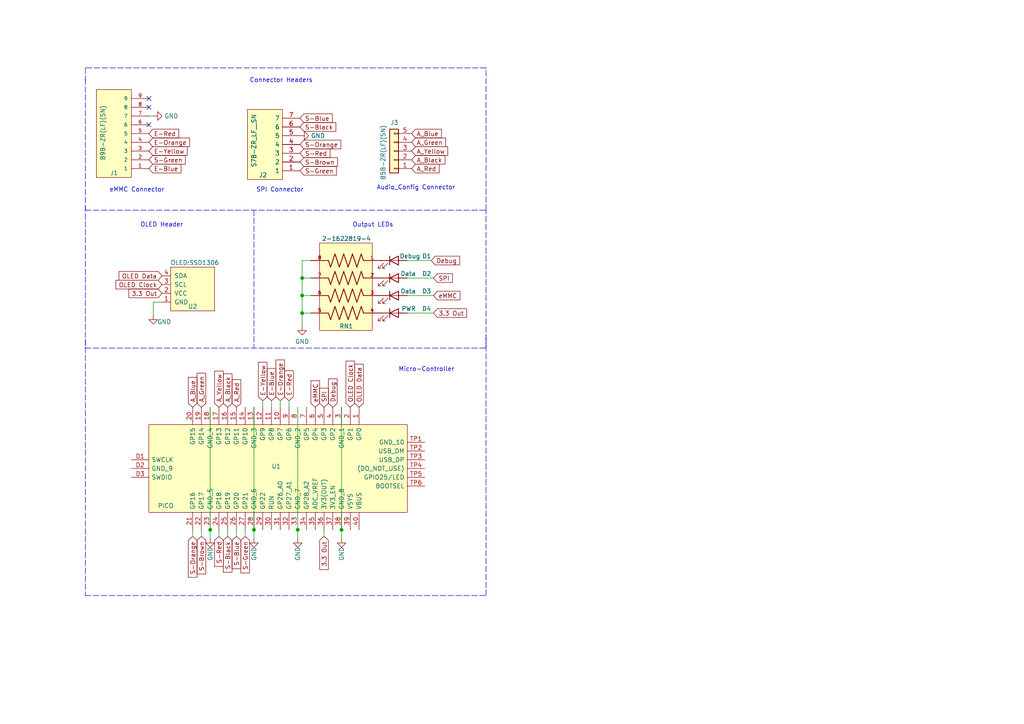
<source format=kicad_sch>
(kicad_sch (version 20211123) (generator eeschema)

  (uuid bb4fee5d-c646-49b5-a889-bb5243e17537)

  (paper "A4")

  (title_block
    (title "PICOFlahser_Breakout_Board")
    (date "3/11/2022")
    (rev "1")
  )

  (lib_symbols
    (symbol "2-1622819-4:2-1622819-4" (pin_names (offset 1.016) hide) (in_bom yes) (on_board yes)
      (property "Reference" "RN" (id 0) (at -7.62 13.462 0)
        (effects (font (size 1.27 1.27)) (justify left bottom))
      )
      (property "Value" "2-1622819-4" (id 1) (at -7.62 -16.51 0)
        (effects (font (size 1.27 1.27)) (justify left bottom))
      )
      (property "Footprint" "RESCAXE80P320X160X60-8N" (id 2) (at 0 0 0)
        (effects (font (size 1.27 1.27)) (justify left bottom) hide)
      )
      (property "Datasheet" "" (id 3) (at 0 0 0)
        (effects (font (size 1.27 1.27)) (justify left bottom) hide)
      )
      (property "EU_RoHS_Compliance" "Compliant" (id 4) (at 0 0 0)
        (effects (font (size 1.27 1.27)) (justify left bottom) hide)
      )
      (property "Package" "0603" (id 5) (at 0 0 0)
        (effects (font (size 1.27 1.27)) (justify left bottom) hide)
      )
      (property "Comment" "2-1622819-4" (id 6) (at 0 0 0)
        (effects (font (size 1.27 1.27)) (justify left bottom) hide)
      )
      (property "ki_locked" "" (id 7) (at 0 0 0)
        (effects (font (size 1.27 1.27)))
      )
      (symbol "2-1622819-4_0_0"
        (rectangle (start -7.62 -12.7) (end 7.62 12.7)
          (stroke (width 0.1524) (type default) (color 0 0 0 0))
          (fill (type background))
        )
        (polyline
          (pts
            (xy -5.08 -7.62)
            (xy -4.445 -5.715)
          )
          (stroke (width 0.254) (type default) (color 0 0 0 0))
          (fill (type none))
        )
        (polyline
          (pts
            (xy -5.08 -2.54)
            (xy -4.445 -0.635)
          )
          (stroke (width 0.254) (type default) (color 0 0 0 0))
          (fill (type none))
        )
        (polyline
          (pts
            (xy -5.08 2.54)
            (xy -4.445 4.445)
          )
          (stroke (width 0.254) (type default) (color 0 0 0 0))
          (fill (type none))
        )
        (polyline
          (pts
            (xy -5.08 7.62)
            (xy -4.445 9.525)
          )
          (stroke (width 0.254) (type default) (color 0 0 0 0))
          (fill (type none))
        )
        (polyline
          (pts
            (xy -4.445 -5.715)
            (xy -3.175 -9.525)
          )
          (stroke (width 0.254) (type default) (color 0 0 0 0))
          (fill (type none))
        )
        (polyline
          (pts
            (xy -4.445 -0.635)
            (xy -3.175 -4.445)
          )
          (stroke (width 0.254) (type default) (color 0 0 0 0))
          (fill (type none))
        )
        (polyline
          (pts
            (xy -4.445 4.445)
            (xy -3.175 0.635)
          )
          (stroke (width 0.254) (type default) (color 0 0 0 0))
          (fill (type none))
        )
        (polyline
          (pts
            (xy -4.445 9.525)
            (xy -3.175 5.715)
          )
          (stroke (width 0.254) (type default) (color 0 0 0 0))
          (fill (type none))
        )
        (polyline
          (pts
            (xy -3.175 -9.525)
            (xy -1.905 -5.715)
          )
          (stroke (width 0.254) (type default) (color 0 0 0 0))
          (fill (type none))
        )
        (polyline
          (pts
            (xy -3.175 -4.445)
            (xy -1.905 -0.635)
          )
          (stroke (width 0.254) (type default) (color 0 0 0 0))
          (fill (type none))
        )
        (polyline
          (pts
            (xy -3.175 0.635)
            (xy -1.905 4.445)
          )
          (stroke (width 0.254) (type default) (color 0 0 0 0))
          (fill (type none))
        )
        (polyline
          (pts
            (xy -3.175 5.715)
            (xy -1.905 9.525)
          )
          (stroke (width 0.254) (type default) (color 0 0 0 0))
          (fill (type none))
        )
        (polyline
          (pts
            (xy -1.905 -5.715)
            (xy -0.635 -9.525)
          )
          (stroke (width 0.254) (type default) (color 0 0 0 0))
          (fill (type none))
        )
        (polyline
          (pts
            (xy -1.905 -0.635)
            (xy -0.635 -4.445)
          )
          (stroke (width 0.254) (type default) (color 0 0 0 0))
          (fill (type none))
        )
        (polyline
          (pts
            (xy -1.905 4.445)
            (xy -0.635 0.635)
          )
          (stroke (width 0.254) (type default) (color 0 0 0 0))
          (fill (type none))
        )
        (polyline
          (pts
            (xy -1.905 9.525)
            (xy -0.635 5.715)
          )
          (stroke (width 0.254) (type default) (color 0 0 0 0))
          (fill (type none))
        )
        (polyline
          (pts
            (xy -0.635 -9.525)
            (xy 0.635 -5.715)
          )
          (stroke (width 0.254) (type default) (color 0 0 0 0))
          (fill (type none))
        )
        (polyline
          (pts
            (xy -0.635 -4.445)
            (xy 0.635 -0.635)
          )
          (stroke (width 0.254) (type default) (color 0 0 0 0))
          (fill (type none))
        )
        (polyline
          (pts
            (xy -0.635 0.635)
            (xy 0.635 4.445)
          )
          (stroke (width 0.254) (type default) (color 0 0 0 0))
          (fill (type none))
        )
        (polyline
          (pts
            (xy -0.635 5.715)
            (xy 0.635 9.525)
          )
          (stroke (width 0.254) (type default) (color 0 0 0 0))
          (fill (type none))
        )
        (polyline
          (pts
            (xy 0.635 -5.715)
            (xy 1.905 -9.525)
          )
          (stroke (width 0.254) (type default) (color 0 0 0 0))
          (fill (type none))
        )
        (polyline
          (pts
            (xy 0.635 -0.635)
            (xy 1.905 -4.445)
          )
          (stroke (width 0.254) (type default) (color 0 0 0 0))
          (fill (type none))
        )
        (polyline
          (pts
            (xy 0.635 4.445)
            (xy 1.905 0.635)
          )
          (stroke (width 0.254) (type default) (color 0 0 0 0))
          (fill (type none))
        )
        (polyline
          (pts
            (xy 0.635 9.525)
            (xy 1.905 5.715)
          )
          (stroke (width 0.254) (type default) (color 0 0 0 0))
          (fill (type none))
        )
        (polyline
          (pts
            (xy 1.905 -9.525)
            (xy 3.175 -5.715)
          )
          (stroke (width 0.254) (type default) (color 0 0 0 0))
          (fill (type none))
        )
        (polyline
          (pts
            (xy 1.905 -4.445)
            (xy 3.175 -0.635)
          )
          (stroke (width 0.254) (type default) (color 0 0 0 0))
          (fill (type none))
        )
        (polyline
          (pts
            (xy 1.905 0.635)
            (xy 3.175 4.445)
          )
          (stroke (width 0.254) (type default) (color 0 0 0 0))
          (fill (type none))
        )
        (polyline
          (pts
            (xy 1.905 5.715)
            (xy 3.175 9.525)
          )
          (stroke (width 0.254) (type default) (color 0 0 0 0))
          (fill (type none))
        )
        (polyline
          (pts
            (xy 3.175 -5.715)
            (xy 4.445 -9.525)
          )
          (stroke (width 0.254) (type default) (color 0 0 0 0))
          (fill (type none))
        )
        (polyline
          (pts
            (xy 3.175 -0.635)
            (xy 4.445 -4.445)
          )
          (stroke (width 0.254) (type default) (color 0 0 0 0))
          (fill (type none))
        )
        (polyline
          (pts
            (xy 3.175 4.445)
            (xy 4.445 0.635)
          )
          (stroke (width 0.254) (type default) (color 0 0 0 0))
          (fill (type none))
        )
        (polyline
          (pts
            (xy 3.175 9.525)
            (xy 4.445 5.715)
          )
          (stroke (width 0.254) (type default) (color 0 0 0 0))
          (fill (type none))
        )
        (polyline
          (pts
            (xy 4.445 -9.525)
            (xy 5.08 -7.62)
          )
          (stroke (width 0.254) (type default) (color 0 0 0 0))
          (fill (type none))
        )
        (polyline
          (pts
            (xy 4.445 -4.445)
            (xy 5.08 -2.54)
          )
          (stroke (width 0.254) (type default) (color 0 0 0 0))
          (fill (type none))
        )
        (polyline
          (pts
            (xy 4.445 0.635)
            (xy 5.08 2.54)
          )
          (stroke (width 0.254) (type default) (color 0 0 0 0))
          (fill (type none))
        )
        (polyline
          (pts
            (xy 4.445 5.715)
            (xy 5.08 7.62)
          )
          (stroke (width 0.254) (type default) (color 0 0 0 0))
          (fill (type none))
        )
        (pin passive line (at -10.16 7.62 0) (length 5.08)
          (name "~" (effects (font (size 1.016 1.016))))
          (number "1" (effects (font (size 1.016 1.016))))
        )
        (pin passive line (at -10.16 2.54 0) (length 5.08)
          (name "~" (effects (font (size 1.016 1.016))))
          (number "2" (effects (font (size 1.016 1.016))))
        )
        (pin passive line (at -10.16 -2.54 0) (length 5.08)
          (name "~" (effects (font (size 1.016 1.016))))
          (number "3" (effects (font (size 1.016 1.016))))
        )
        (pin passive line (at -10.16 -7.62 0) (length 5.08)
          (name "~" (effects (font (size 1.016 1.016))))
          (number "4" (effects (font (size 1.016 1.016))))
        )
        (pin passive line (at 10.16 -7.62 180) (length 5.08)
          (name "~" (effects (font (size 1.016 1.016))))
          (number "5" (effects (font (size 1.016 1.016))))
        )
        (pin passive line (at 10.16 -2.54 180) (length 5.08)
          (name "~" (effects (font (size 1.016 1.016))))
          (number "6" (effects (font (size 1.016 1.016))))
        )
        (pin passive line (at 10.16 2.54 180) (length 5.08)
          (name "~" (effects (font (size 1.016 1.016))))
          (number "7" (effects (font (size 1.016 1.016))))
        )
        (pin passive line (at 10.16 7.62 180) (length 5.08)
          (name "~" (effects (font (size 1.016 1.016))))
          (number "8" (effects (font (size 1.016 1.016))))
        )
      )
    )
    (symbol "B9B-ZR_LF__SN_:B9B-ZR(LF)(SN)" (pin_names (offset 1.016)) (in_bom yes) (on_board yes)
      (property "Reference" "J" (id 0) (at -5.08 13.462 0)
        (effects (font (size 1.27 1.27)) (justify left bottom))
      )
      (property "Value" "B9B-ZR(LF)(SN)" (id 1) (at -5.08 -15.24 0)
        (effects (font (size 1.27 1.27)) (justify left bottom))
      )
      (property "Footprint" "JST_B9B-ZR(LF)(SN)" (id 2) (at 0 0 0)
        (effects (font (size 1.27 1.27)) (justify left bottom) hide)
      )
      (property "Datasheet" "" (id 3) (at 0 0 0)
        (effects (font (size 1.27 1.27)) (justify left bottom) hide)
      )
      (property "MANUFACTURER" "JST" (id 4) (at 0 0 0)
        (effects (font (size 1.27 1.27)) (justify left bottom) hide)
      )
      (property "STANDARD" "Manufacturer Recommendation" (id 5) (at 0 0 0)
        (effects (font (size 1.27 1.27)) (justify left bottom) hide)
      )
      (property "ki_locked" "" (id 6) (at 0 0 0)
        (effects (font (size 1.27 1.27)))
      )
      (symbol "B9B-ZR(LF)(SN)_0_0"
        (rectangle (start -5.08 -12.7) (end 5.08 12.7)
          (stroke (width 0.1524) (type default) (color 0 0 0 0))
          (fill (type background))
        )
        (pin passive line (at -10.16 10.16 0) (length 5.08)
          (name "1" (effects (font (size 1.016 1.016))))
          (number "1" (effects (font (size 1.016 1.016))))
        )
        (pin passive line (at -10.16 7.62 0) (length 5.08)
          (name "2" (effects (font (size 1.016 1.016))))
          (number "2" (effects (font (size 1.016 1.016))))
        )
        (pin passive line (at -10.16 5.08 0) (length 5.08)
          (name "3" (effects (font (size 1.016 1.016))))
          (number "3" (effects (font (size 1.016 1.016))))
        )
        (pin passive line (at -10.16 2.54 0) (length 5.08)
          (name "4" (effects (font (size 1.016 1.016))))
          (number "4" (effects (font (size 1.016 1.016))))
        )
        (pin passive line (at -10.16 0 0) (length 5.08)
          (name "5" (effects (font (size 1.016 1.016))))
          (number "5" (effects (font (size 1.016 1.016))))
        )
        (pin passive line (at -10.16 -2.54 0) (length 5.08)
          (name "6" (effects (font (size 1.016 1.016))))
          (number "6" (effects (font (size 1.016 1.016))))
        )
        (pin passive line (at -10.16 -5.08 0) (length 5.08)
          (name "7" (effects (font (size 1.016 1.016))))
          (number "7" (effects (font (size 1.016 1.016))))
        )
        (pin passive line (at -10.16 -7.62 0) (length 5.08)
          (name "8" (effects (font (size 1.016 1.016))))
          (number "8" (effects (font (size 1.016 1.016))))
        )
        (pin passive line (at -10.16 -10.16 0) (length 5.08)
          (name "9" (effects (font (size 1.016 1.016))))
          (number "9" (effects (font (size 1.016 1.016))))
        )
      )
    )
    (symbol "Connector_Generic:Conn_01x05" (pin_names (offset 1.016) hide) (in_bom yes) (on_board yes)
      (property "Reference" "J" (id 0) (at 0 7.62 0)
        (effects (font (size 1.27 1.27)))
      )
      (property "Value" "Conn_01x05" (id 1) (at 0 -7.62 0)
        (effects (font (size 1.27 1.27)))
      )
      (property "Footprint" "" (id 2) (at 0 0 0)
        (effects (font (size 1.27 1.27)) hide)
      )
      (property "Datasheet" "~" (id 3) (at 0 0 0)
        (effects (font (size 1.27 1.27)) hide)
      )
      (property "ki_keywords" "connector" (id 4) (at 0 0 0)
        (effects (font (size 1.27 1.27)) hide)
      )
      (property "ki_description" "Generic connector, single row, 01x05, script generated (kicad-library-utils/schlib/autogen/connector/)" (id 5) (at 0 0 0)
        (effects (font (size 1.27 1.27)) hide)
      )
      (property "ki_fp_filters" "Connector*:*_1x??_*" (id 6) (at 0 0 0)
        (effects (font (size 1.27 1.27)) hide)
      )
      (symbol "Conn_01x05_1_1"
        (rectangle (start -1.27 -4.953) (end 0 -5.207)
          (stroke (width 0.1524) (type default) (color 0 0 0 0))
          (fill (type none))
        )
        (rectangle (start -1.27 -2.413) (end 0 -2.667)
          (stroke (width 0.1524) (type default) (color 0 0 0 0))
          (fill (type none))
        )
        (rectangle (start -1.27 0.127) (end 0 -0.127)
          (stroke (width 0.1524) (type default) (color 0 0 0 0))
          (fill (type none))
        )
        (rectangle (start -1.27 2.667) (end 0 2.413)
          (stroke (width 0.1524) (type default) (color 0 0 0 0))
          (fill (type none))
        )
        (rectangle (start -1.27 5.207) (end 0 4.953)
          (stroke (width 0.1524) (type default) (color 0 0 0 0))
          (fill (type none))
        )
        (rectangle (start -1.27 6.35) (end 1.27 -6.35)
          (stroke (width 0.254) (type default) (color 0 0 0 0))
          (fill (type background))
        )
        (pin passive line (at -5.08 5.08 0) (length 3.81)
          (name "Pin_1" (effects (font (size 1.27 1.27))))
          (number "1" (effects (font (size 1.27 1.27))))
        )
        (pin passive line (at -5.08 2.54 0) (length 3.81)
          (name "Pin_2" (effects (font (size 1.27 1.27))))
          (number "2" (effects (font (size 1.27 1.27))))
        )
        (pin passive line (at -5.08 0 0) (length 3.81)
          (name "Pin_3" (effects (font (size 1.27 1.27))))
          (number "3" (effects (font (size 1.27 1.27))))
        )
        (pin passive line (at -5.08 -2.54 0) (length 3.81)
          (name "Pin_4" (effects (font (size 1.27 1.27))))
          (number "4" (effects (font (size 1.27 1.27))))
        )
        (pin passive line (at -5.08 -5.08 0) (length 3.81)
          (name "Pin_5" (effects (font (size 1.27 1.27))))
          (number "5" (effects (font (size 1.27 1.27))))
        )
      )
    )
    (symbol "Device:LED" (pin_numbers hide) (pin_names (offset 1.016) hide) (in_bom yes) (on_board yes)
      (property "Reference" "D" (id 0) (at 0 2.54 0)
        (effects (font (size 1.27 1.27)))
      )
      (property "Value" "LED" (id 1) (at 0 -2.54 0)
        (effects (font (size 1.27 1.27)))
      )
      (property "Footprint" "" (id 2) (at 0 0 0)
        (effects (font (size 1.27 1.27)) hide)
      )
      (property "Datasheet" "~" (id 3) (at 0 0 0)
        (effects (font (size 1.27 1.27)) hide)
      )
      (property "ki_keywords" "LED diode" (id 4) (at 0 0 0)
        (effects (font (size 1.27 1.27)) hide)
      )
      (property "ki_description" "Light emitting diode" (id 5) (at 0 0 0)
        (effects (font (size 1.27 1.27)) hide)
      )
      (property "ki_fp_filters" "LED* LED_SMD:* LED_THT:*" (id 6) (at 0 0 0)
        (effects (font (size 1.27 1.27)) hide)
      )
      (symbol "LED_0_1"
        (polyline
          (pts
            (xy -1.27 -1.27)
            (xy -1.27 1.27)
          )
          (stroke (width 0.254) (type default) (color 0 0 0 0))
          (fill (type none))
        )
        (polyline
          (pts
            (xy -1.27 0)
            (xy 1.27 0)
          )
          (stroke (width 0) (type default) (color 0 0 0 0))
          (fill (type none))
        )
        (polyline
          (pts
            (xy 1.27 -1.27)
            (xy 1.27 1.27)
            (xy -1.27 0)
            (xy 1.27 -1.27)
          )
          (stroke (width 0.254) (type default) (color 0 0 0 0))
          (fill (type none))
        )
        (polyline
          (pts
            (xy -3.048 -0.762)
            (xy -4.572 -2.286)
            (xy -3.81 -2.286)
            (xy -4.572 -2.286)
            (xy -4.572 -1.524)
          )
          (stroke (width 0) (type default) (color 0 0 0 0))
          (fill (type none))
        )
        (polyline
          (pts
            (xy -1.778 -0.762)
            (xy -3.302 -2.286)
            (xy -2.54 -2.286)
            (xy -3.302 -2.286)
            (xy -3.302 -1.524)
          )
          (stroke (width 0) (type default) (color 0 0 0 0))
          (fill (type none))
        )
      )
      (symbol "LED_1_1"
        (pin passive line (at -3.81 0 0) (length 2.54)
          (name "K" (effects (font (size 1.27 1.27))))
          (number "1" (effects (font (size 1.27 1.27))))
        )
        (pin passive line (at 3.81 0 180) (length 2.54)
          (name "A" (effects (font (size 1.27 1.27))))
          (number "2" (effects (font (size 1.27 1.27))))
        )
      )
    )
    (symbol "OLED SSD1306:SSD1306" (pin_names (offset 1.016)) (in_bom yes) (on_board yes)
      (property "Reference" "Brd" (id 0) (at 0 -3.81 0)
        (effects (font (size 1.27 1.27)))
      )
      (property "Value" "SSD1306" (id 1) (at 0 -1.27 0)
        (effects (font (size 1.27 1.27)))
      )
      (property "Footprint" "" (id 2) (at 0 6.35 0)
        (effects (font (size 1.27 1.27)) hide)
      )
      (property "Datasheet" "" (id 3) (at 0 6.35 0)
        (effects (font (size 1.27 1.27)) hide)
      )
      (property "ki_keywords" "SSD1306" (id 4) (at 0 0 0)
        (effects (font (size 1.27 1.27)) hide)
      )
      (property "ki_description" "SSD1306 OLED" (id 5) (at 0 0 0)
        (effects (font (size 1.27 1.27)) hide)
      )
      (property "ki_fp_filters" "SSD1306-128x64_OLED:SSD1306" (id 6) (at 0 0 0)
        (effects (font (size 1.27 1.27)) hide)
      )
      (symbol "SSD1306_0_1"
        (rectangle (start -6.35 6.35) (end 6.35 -6.35)
          (stroke (width 0) (type default) (color 0 0 0 0))
          (fill (type background))
        )
      )
      (symbol "SSD1306_1_1"
        (pin input line (at -3.81 8.89 270) (length 2.54)
          (name "GND" (effects (font (size 1.27 1.27))))
          (number "1" (effects (font (size 1.27 1.27))))
        )
        (pin input line (at -1.27 8.89 270) (length 2.54)
          (name "VCC" (effects (font (size 1.27 1.27))))
          (number "2" (effects (font (size 1.27 1.27))))
        )
        (pin input line (at 1.27 8.89 270) (length 2.54)
          (name "SCL" (effects (font (size 1.27 1.27))))
          (number "3" (effects (font (size 1.27 1.27))))
        )
        (pin input line (at 3.81 8.89 270) (length 2.54)
          (name "SDA" (effects (font (size 1.27 1.27))))
          (number "4" (effects (font (size 1.27 1.27))))
        )
      )
    )
    (symbol "PICO:PICO" (pin_names (offset 0.762)) (in_bom yes) (on_board yes)
      (property "Reference" "U1" (id 0) (at -27.305 -17.78 90)
        (effects (font (size 1.27 1.27)) (justify left))
      )
      (property "Value" "PICO" (id 1) (at -59.055 -33.02 90)
        (effects (font (size 1.27 1.27)) (justify left))
      )
      (property "Footprint" "Merlin:PICO_THT" (id 2) (at -31.75 -55.88 0)
        (effects (font (size 1.27 1.27)) (justify left) hide)
      )
      (property "Datasheet" "https://datasheets.raspberrypi.org/pico/pico_datasheet.pdf" (id 3) (at -31.75 -53.34 0)
        (effects (font (size 1.27 1.27)) (justify left) hide)
      )
      (property "Description" "RP2040 microcontroller chip designed by Raspberry Pi in the United Kingdom 2  SPI, 2  I2C, 2  UART, 3  12-bit ADC, 16  controllable PWM channels" (id 4) (at -31.75 -50.8 0)
        (effects (font (size 1.27 1.27)) (justify left) hide)
      )
      (property "Height" "1" (id 5) (at -31.75 -48.26 0)
        (effects (font (size 1.27 1.27)) (justify left) hide)
      )
      (property "Manufacturer_Name" "RASPBERRY-PI" (id 6) (at -31.75 -45.72 0)
        (effects (font (size 1.27 1.27)) (justify left) hide)
      )
      (property "Manufacturer_Part_Number" "PICO" (id 7) (at -31.75 -43.18 0)
        (effects (font (size 1.27 1.27)) (justify left) hide)
      )
      (property "Mouser Part Number" "" (id 8) (at -31.75 -40.64 0)
        (effects (font (size 1.27 1.27)) (justify left) hide)
      )
      (property "Mouser Price/Stock" "" (id 9) (at -31.75 -38.1 0)
        (effects (font (size 1.27 1.27)) (justify left) hide)
      )
      (property "Arrow Part Number" "" (id 10) (at -31.75 -35.56 0)
        (effects (font (size 1.27 1.27)) (justify left) hide)
      )
      (property "Arrow Price/Stock" "" (id 11) (at -31.75 -33.02 0)
        (effects (font (size 1.27 1.27)) (justify left) hide)
      )
      (property "ki_description" "RP2040 microcontroller chip designed by Raspberry Pi in the United Kingdom 2  SPI, 2  I2C, 2  UART, 3  12-bit ADC, 16  controllable PWM channels" (id 12) (at 0 0 0)
        (effects (font (size 1.27 1.27)) hide)
      )
      (symbol "PICO_0_0"
        (pin passive line (at 0 0 0) (length 5.08)
          (name "GP0" (effects (font (size 1.27 1.27))))
          (number "1" (effects (font (size 1.27 1.27))))
        )
        (pin passive line (at 0 -22.86 0) (length 5.08)
          (name "GP7" (effects (font (size 1.27 1.27))))
          (number "10" (effects (font (size 1.27 1.27))))
        )
        (pin passive line (at 0 -25.4 0) (length 5.08)
          (name "GP8" (effects (font (size 1.27 1.27))))
          (number "11" (effects (font (size 1.27 1.27))))
        )
        (pin passive line (at 0 -27.94 0) (length 5.08)
          (name "GP9" (effects (font (size 1.27 1.27))))
          (number "12" (effects (font (size 1.27 1.27))))
        )
        (pin passive line (at 0 -30.48 0) (length 5.08)
          (name "GND_3" (effects (font (size 1.27 1.27))))
          (number "13" (effects (font (size 1.27 1.27))))
        )
        (pin passive line (at 0 -33.02 0) (length 5.08)
          (name "GP10" (effects (font (size 1.27 1.27))))
          (number "14" (effects (font (size 1.27 1.27))))
        )
        (pin passive line (at 0 -35.56 0) (length 5.08)
          (name "GP11" (effects (font (size 1.27 1.27))))
          (number "15" (effects (font (size 1.27 1.27))))
        )
        (pin passive line (at 0 -38.1 0) (length 5.08)
          (name "GP12" (effects (font (size 1.27 1.27))))
          (number "16" (effects (font (size 1.27 1.27))))
        )
        (pin passive line (at 0 -40.64 0) (length 5.08)
          (name "GP13" (effects (font (size 1.27 1.27))))
          (number "17" (effects (font (size 1.27 1.27))))
        )
        (pin passive line (at 0 -43.18 0) (length 5.08)
          (name "GND_4" (effects (font (size 1.27 1.27))))
          (number "18" (effects (font (size 1.27 1.27))))
        )
        (pin passive line (at 0 -45.72 0) (length 5.08)
          (name "GP14" (effects (font (size 1.27 1.27))))
          (number "19" (effects (font (size 1.27 1.27))))
        )
        (pin passive line (at 0 -2.54 0) (length 5.08)
          (name "GP1" (effects (font (size 1.27 1.27))))
          (number "2" (effects (font (size 1.27 1.27))))
        )
        (pin passive line (at 0 -48.26 0) (length 5.08)
          (name "GP15" (effects (font (size 1.27 1.27))))
          (number "20" (effects (font (size 1.27 1.27))))
        )
        (pin passive line (at 35.56 -48.26 180) (length 5.08)
          (name "GP16" (effects (font (size 1.27 1.27))))
          (number "21" (effects (font (size 1.27 1.27))))
        )
        (pin passive line (at 35.56 -45.72 180) (length 5.08)
          (name "GP17" (effects (font (size 1.27 1.27))))
          (number "22" (effects (font (size 1.27 1.27))))
        )
        (pin passive line (at 35.56 -43.18 180) (length 5.08)
          (name "GND_5" (effects (font (size 1.27 1.27))))
          (number "23" (effects (font (size 1.27 1.27))))
        )
        (pin passive line (at 35.56 -40.64 180) (length 5.08)
          (name "GP18" (effects (font (size 1.27 1.27))))
          (number "24" (effects (font (size 1.27 1.27))))
        )
        (pin passive line (at 35.56 -38.1 180) (length 5.08)
          (name "GP19" (effects (font (size 1.27 1.27))))
          (number "25" (effects (font (size 1.27 1.27))))
        )
        (pin passive line (at 35.56 -35.56 180) (length 5.08)
          (name "GP20" (effects (font (size 1.27 1.27))))
          (number "26" (effects (font (size 1.27 1.27))))
        )
        (pin passive line (at 35.56 -33.02 180) (length 5.08)
          (name "GP21" (effects (font (size 1.27 1.27))))
          (number "27" (effects (font (size 1.27 1.27))))
        )
        (pin passive line (at 35.56 -30.48 180) (length 5.08)
          (name "GND_6" (effects (font (size 1.27 1.27))))
          (number "28" (effects (font (size 1.27 1.27))))
        )
        (pin passive line (at 35.56 -27.94 180) (length 5.08)
          (name "GP22" (effects (font (size 1.27 1.27))))
          (number "29" (effects (font (size 1.27 1.27))))
        )
        (pin passive line (at 0 -5.08 0) (length 5.08)
          (name "GND_1" (effects (font (size 1.27 1.27))))
          (number "3" (effects (font (size 1.27 1.27))))
        )
        (pin passive line (at 35.56 -25.4 180) (length 5.08)
          (name "RUN" (effects (font (size 1.27 1.27))))
          (number "30" (effects (font (size 1.27 1.27))))
        )
        (pin passive line (at 35.56 -22.86 180) (length 5.08)
          (name "GP26_A0" (effects (font (size 1.27 1.27))))
          (number "31" (effects (font (size 1.27 1.27))))
        )
        (pin passive line (at 35.56 -20.32 180) (length 5.08)
          (name "GP27_A1" (effects (font (size 1.27 1.27))))
          (number "32" (effects (font (size 1.27 1.27))))
        )
        (pin passive line (at 35.56 -17.78 180) (length 5.08)
          (name "GND_7" (effects (font (size 1.27 1.27))))
          (number "33" (effects (font (size 1.27 1.27))))
        )
        (pin passive line (at 35.56 -15.24 180) (length 5.08)
          (name "GP28_A2" (effects (font (size 1.27 1.27))))
          (number "34" (effects (font (size 1.27 1.27))))
        )
        (pin passive line (at 35.56 -12.7 180) (length 5.08)
          (name "ADC_VREF" (effects (font (size 1.27 1.27))))
          (number "35" (effects (font (size 1.27 1.27))))
        )
        (pin passive line (at 35.56 -10.16 180) (length 5.08)
          (name "3V3(OUT)" (effects (font (size 1.27 1.27))))
          (number "36" (effects (font (size 1.27 1.27))))
        )
        (pin passive line (at 35.56 -7.62 180) (length 5.08)
          (name "3V3_EN" (effects (font (size 1.27 1.27))))
          (number "37" (effects (font (size 1.27 1.27))))
        )
        (pin passive line (at 35.56 -5.08 180) (length 5.08)
          (name "GND_8" (effects (font (size 1.27 1.27))))
          (number "38" (effects (font (size 1.27 1.27))))
        )
        (pin passive line (at 35.56 -2.54 180) (length 5.08)
          (name "VSYS" (effects (font (size 1.27 1.27))))
          (number "39" (effects (font (size 1.27 1.27))))
        )
        (pin passive line (at 0 -7.62 0) (length 5.08)
          (name "GP2" (effects (font (size 1.27 1.27))))
          (number "4" (effects (font (size 1.27 1.27))))
        )
        (pin passive line (at 35.56 0 180) (length 5.08)
          (name "VBUS" (effects (font (size 1.27 1.27))))
          (number "40" (effects (font (size 1.27 1.27))))
        )
        (pin passive line (at 0 -10.16 0) (length 5.08)
          (name "GP3" (effects (font (size 1.27 1.27))))
          (number "5" (effects (font (size 1.27 1.27))))
        )
        (pin passive line (at 0 -12.7 0) (length 5.08)
          (name "GP4" (effects (font (size 1.27 1.27))))
          (number "6" (effects (font (size 1.27 1.27))))
        )
        (pin passive line (at 0 -15.24 0) (length 5.08)
          (name "GP5" (effects (font (size 1.27 1.27))))
          (number "7" (effects (font (size 1.27 1.27))))
        )
        (pin passive line (at 0 -17.78 0) (length 5.08)
          (name "GND_2" (effects (font (size 1.27 1.27))))
          (number "8" (effects (font (size 1.27 1.27))))
        )
        (pin passive line (at 0 -20.32 0) (length 5.08)
          (name "GP6" (effects (font (size 1.27 1.27))))
          (number "9" (effects (font (size 1.27 1.27))))
        )
        (pin passive line (at 15.24 -66.04 90) (length 5.08)
          (name "SWCLK" (effects (font (size 1.27 1.27))))
          (number "D1" (effects (font (size 1.27 1.27))))
        )
        (pin passive line (at 17.78 -66.04 90) (length 5.08)
          (name "GND_9" (effects (font (size 1.27 1.27))))
          (number "D2" (effects (font (size 1.27 1.27))))
        )
        (pin passive line (at 20.32 -66.04 90) (length 5.08)
          (name "SWDIO" (effects (font (size 1.27 1.27))))
          (number "D3" (effects (font (size 1.27 1.27))))
        )
        (pin passive line (at 10.16 19.05 270) (length 5.08)
          (name "GND_10" (effects (font (size 1.27 1.27))))
          (number "TP1" (effects (font (size 1.27 1.27))))
        )
        (pin passive line (at 12.7 19.05 270) (length 5.08)
          (name "USB_DM" (effects (font (size 1.27 1.27))))
          (number "TP2" (effects (font (size 1.27 1.27))))
        )
        (pin passive line (at 15.24 19.05 270) (length 5.08)
          (name "USB_DP" (effects (font (size 1.27 1.27))))
          (number "TP3" (effects (font (size 1.27 1.27))))
        )
        (pin passive line (at 17.78 19.05 270) (length 5.08)
          (name "(DO_NOT_USE)" (effects (font (size 1.27 1.27))))
          (number "TP4" (effects (font (size 1.27 1.27))))
        )
        (pin passive line (at 20.32 19.05 270) (length 5.08)
          (name "GPIO25/LED" (effects (font (size 1.27 1.27))))
          (number "TP5" (effects (font (size 1.27 1.27))))
        )
        (pin passive line (at 22.86 19.05 270) (length 5.08)
          (name "BOOTSEL" (effects (font (size 1.27 1.27))))
          (number "TP6" (effects (font (size 1.27 1.27))))
        )
      )
      (symbol "PICO_0_1"
        (polyline
          (pts
            (xy 5.08 13.97)
            (xy 30.48 13.97)
            (xy 30.48 -60.96)
            (xy 5.08 -60.96)
            (xy 5.08 13.97)
          )
          (stroke (width 0.1524) (type default) (color 0 0 0 0))
          (fill (type background))
        )
      )
    )
    (symbol "S7B-ZR_LF__SN_:S7B-ZR_LF__SN_" (pin_names (offset 0.762)) (in_bom yes) (on_board yes)
      (property "Reference" "J2" (id 0) (at -8.89 -1.27 0)
        (effects (font (size 1.27 1.27)) (justify left))
      )
      (property "Value" "S7B-ZR_LF__SN" (id 1) (at -13.335 15.24 90)
        (effects (font (size 1.27 1.27)) (justify left))
      )
      (property "Footprint" "Merlin:S7BZRLFSN" (id 2) (at -16.51 -2.54 0)
        (effects (font (size 1.27 1.27)) (justify left) hide)
      )
      (property "Datasheet" "http://www.jst-mfg.com/product/pdf/eng/eZH.pdf" (id 3) (at -16.51 0 0)
        (effects (font (size 1.27 1.27)) (justify left) hide)
      )
      (property "Description" "CONN HEADER R/A 7POS 1.5MM" (id 4) (at -16.51 2.54 0)
        (effects (font (size 1.27 1.27)) (justify left) hide)
      )
      (property "Height" "3.7" (id 5) (at -16.51 5.08 0)
        (effects (font (size 1.27 1.27)) (justify left) hide)
      )
      (property "Manufacturer_Name" "JST (JAPAN SOLDERLESS TERMINALS)" (id 6) (at -16.51 7.62 0)
        (effects (font (size 1.27 1.27)) (justify left) hide)
      )
      (property "Manufacturer_Part_Number" "S7B-ZR(LF)(SN)" (id 7) (at -16.51 10.16 0)
        (effects (font (size 1.27 1.27)) (justify left) hide)
      )
      (property "Mouser Part Number" "" (id 8) (at -16.51 12.7 0)
        (effects (font (size 1.27 1.27)) (justify left) hide)
      )
      (property "Mouser Price/Stock" "" (id 9) (at -16.51 15.24 0)
        (effects (font (size 1.27 1.27)) (justify left) hide)
      )
      (property "Arrow Part Number" "S7B-ZR(LF)(SN)" (id 10) (at -16.51 17.78 0)
        (effects (font (size 1.27 1.27)) (justify left) hide)
      )
      (property "Arrow Price/Stock" "https://www.arrow.com/en/products/s7b-zr-lf-sn/jst-manufacturing" (id 11) (at -16.51 20.32 0)
        (effects (font (size 1.27 1.27)) (justify left) hide)
      )
      (property "ki_description" "CONN HEADER R/A 7POS 1.5MM" (id 12) (at 0 0 0)
        (effects (font (size 1.27 1.27)) hide)
      )
      (symbol "S7B-ZR_LF__SN__0_0"
        (pin passive line (at 0 0 0) (length 5.08)
          (name "1" (effects (font (size 1.27 1.27))))
          (number "1" (effects (font (size 1.27 1.27))))
        )
        (pin passive line (at 0 -2.54 0) (length 5.08)
          (name "2" (effects (font (size 1.27 1.27))))
          (number "2" (effects (font (size 1.27 1.27))))
        )
        (pin passive line (at 0 -5.08 0) (length 5.08)
          (name "3" (effects (font (size 1.27 1.27))))
          (number "3" (effects (font (size 1.27 1.27))))
        )
        (pin passive line (at 0 -7.62 0) (length 5.08)
          (name "4" (effects (font (size 1.27 1.27))))
          (number "4" (effects (font (size 1.27 1.27))))
        )
        (pin passive line (at 0 -10.16 0) (length 5.08)
          (name "5" (effects (font (size 1.27 1.27))))
          (number "5" (effects (font (size 1.27 1.27))))
        )
        (pin passive line (at 0 -12.7 0) (length 5.08)
          (name "6" (effects (font (size 1.27 1.27))))
          (number "6" (effects (font (size 1.27 1.27))))
        )
        (pin passive line (at 0 -15.24 0) (length 5.08)
          (name "7" (effects (font (size 1.27 1.27))))
          (number "7" (effects (font (size 1.27 1.27))))
        )
      )
      (symbol "S7B-ZR_LF__SN__0_1"
        (polyline
          (pts
            (xy 5.08 2.54)
            (xy 15.24 2.54)
            (xy 15.24 -17.78)
            (xy 5.08 -17.78)
            (xy 5.08 2.54)
          )
          (stroke (width 0.1524) (type default) (color 0 0 0 0))
          (fill (type background))
        )
      )
    )
    (symbol "power:GND" (power) (pin_names (offset 0)) (in_bom yes) (on_board yes)
      (property "Reference" "#PWR" (id 0) (at 0 -6.35 0)
        (effects (font (size 1.27 1.27)) hide)
      )
      (property "Value" "GND" (id 1) (at 0 -3.81 0)
        (effects (font (size 1.27 1.27)))
      )
      (property "Footprint" "" (id 2) (at 0 0 0)
        (effects (font (size 1.27 1.27)) hide)
      )
      (property "Datasheet" "" (id 3) (at 0 0 0)
        (effects (font (size 1.27 1.27)) hide)
      )
      (property "ki_keywords" "power-flag" (id 4) (at 0 0 0)
        (effects (font (size 1.27 1.27)) hide)
      )
      (property "ki_description" "Power symbol creates a global label with name \"GND\" , ground" (id 5) (at 0 0 0)
        (effects (font (size 1.27 1.27)) hide)
      )
      (symbol "GND_0_1"
        (polyline
          (pts
            (xy 0 0)
            (xy 0 -1.27)
            (xy 1.27 -1.27)
            (xy 0 -2.54)
            (xy -1.27 -1.27)
            (xy 0 -1.27)
          )
          (stroke (width 0) (type default) (color 0 0 0 0))
          (fill (type none))
        )
      )
      (symbol "GND_1_1"
        (pin power_in line (at 0 0 270) (length 0) hide
          (name "GND" (effects (font (size 1.27 1.27))))
          (number "1" (effects (font (size 1.27 1.27))))
        )
      )
    )
  )

  (junction (at 86.36 153.67) (diameter 0) (color 0 0 0 0)
    (uuid 2aca0ad9-19d5-4142-8e63-d8434fe6d8cf)
  )
  (junction (at 87.63 90.805) (diameter 0) (color 0 0 0 0)
    (uuid 66c53c1e-e1fb-42d3-acc9-0649d313b0b2)
  )
  (junction (at 99.06 153.67) (diameter 0) (color 0 0 0 0)
    (uuid 6ea2d54c-ef50-4e05-9aec-9dc2cd18e4c5)
  )
  (junction (at 87.63 85.725) (diameter 0) (color 0 0 0 0)
    (uuid 78fa7842-f3c6-48db-8c77-7797633506e5)
  )
  (junction (at 73.66 153.67) (diameter 0) (color 0 0 0 0)
    (uuid 7c7593a7-7830-40be-9703-34735852eea9)
  )
  (junction (at 60.96 153.67) (diameter 0) (color 0 0 0 0)
    (uuid 87f1b1f1-a8c1-433a-9d87-05cacb5c80d2)
  )
  (junction (at 87.63 80.645) (diameter 0) (color 0 0 0 0)
    (uuid f1d34821-cc17-42fc-b481-1c7f738497e3)
  )

  (no_connect (at 43.18 28.575) (uuid 316cd2d4-0847-4b21-84d7-323600038d0e))
  (no_connect (at 43.18 31.115) (uuid 517785ab-b5be-4b91-bf61-994e3460f251))
  (no_connect (at 43.18 36.195) (uuid cfff175e-07dc-48ac-845e-8cd288bccb35))

  (polyline (pts (xy 24.765 19.685) (xy 24.765 24.13))
    (stroke (width 0) (type default) (color 0 0 0 0))
    (uuid 0577a29e-2ad2-4f64-a80e-b76688665433)
  )

  (wire (pts (xy 86.36 118.11) (xy 86.36 153.67))
    (stroke (width 0) (type default) (color 0 0 0 0))
    (uuid 0a3dd267-6aea-4f82-89d3-1759178915d9)
  )
  (wire (pts (xy 87.63 75.565) (xy 87.63 80.645))
    (stroke (width 0) (type default) (color 0 0 0 0))
    (uuid 0a7da8e8-4a29-4619-8c2a-45042f49f661)
  )
  (wire (pts (xy 90.17 75.565) (xy 87.63 75.565))
    (stroke (width 0) (type default) (color 0 0 0 0))
    (uuid 13f293f5-71fa-4ce7-bfc1-43137bddb382)
  )
  (wire (pts (xy 90.17 80.645) (xy 87.63 80.645))
    (stroke (width 0) (type default) (color 0 0 0 0))
    (uuid 198a2a45-a86c-4371-8a75-c6e4c84fad3d)
  )
  (wire (pts (xy 60.96 118.11) (xy 60.96 153.67))
    (stroke (width 0) (type default) (color 0 0 0 0))
    (uuid 26edefbc-6ceb-4e7a-ba23-f06d318f5bc7)
  )
  (polyline (pts (xy 24.765 100.965) (xy 140.97 100.965))
    (stroke (width 0) (type default) (color 0 0 0 0))
    (uuid 2c9dc21c-b76b-46bb-bb29-1986e09599eb)
  )

  (wire (pts (xy 66.04 153.67) (xy 66.04 155.575))
    (stroke (width 0) (type default) (color 0 0 0 0))
    (uuid 339b905f-eb5f-4794-8633-141295f81716)
  )
  (polyline (pts (xy 24.765 172.72) (xy 140.97 172.72))
    (stroke (width 0) (type default) (color 0 0 0 0))
    (uuid 38ac14d5-63c9-4938-8349-e7a454c98524)
  )

  (wire (pts (xy 73.66 153.67) (xy 73.66 156.21))
    (stroke (width 0) (type default) (color 0 0 0 0))
    (uuid 393b8e6a-e0b4-41cd-9fb4-80e62e63a7bd)
  )
  (wire (pts (xy 90.17 85.725) (xy 87.63 85.725))
    (stroke (width 0) (type default) (color 0 0 0 0))
    (uuid 39a58874-d2bf-449b-9f58-07b2f1a46d16)
  )
  (wire (pts (xy 44.45 87.63) (xy 46.99 87.63))
    (stroke (width 0) (type default) (color 0 0 0 0))
    (uuid 421963d0-0ae1-4000-b04b-21325a6cbee6)
  )
  (polyline (pts (xy 24.765 59.69) (xy 24.765 100.965))
    (stroke (width 0) (type default) (color 0 0 0 0))
    (uuid 436b5ee5-802a-4416-a5ce-e7a82db87dce)
  )
  (polyline (pts (xy 140.97 19.685) (xy 24.765 19.685))
    (stroke (width 0) (type default) (color 0 0 0 0))
    (uuid 438b9545-371a-4548-98c2-609efc6c7361)
  )

  (wire (pts (xy 93.98 153.67) (xy 93.98 155.575))
    (stroke (width 0) (type default) (color 0 0 0 0))
    (uuid 4e1da519-7baf-407d-81ab-7a36be6289f1)
  )
  (wire (pts (xy 125.73 80.645) (xy 118.11 80.645))
    (stroke (width 0) (type default) (color 0 0 0 0))
    (uuid 4fec9838-8fc0-4f73-a21b-04efafcb4b97)
  )
  (polyline (pts (xy 24.765 98.425) (xy 24.765 172.72))
    (stroke (width 0) (type default) (color 0 0 0 0))
    (uuid 565d5a14-9926-4f77-9c9e-b783feb4db0e)
  )

  (wire (pts (xy 58.42 153.67) (xy 58.42 155.575))
    (stroke (width 0) (type default) (color 0 0 0 0))
    (uuid 56d061a2-293a-460e-ad8b-a03544b3b580)
  )
  (polyline (pts (xy 24.765 60.96) (xy 140.97 60.96))
    (stroke (width 0) (type default) (color 0 0 0 0))
    (uuid 5fc6d954-334a-4aa4-80b0-b73cf7de7381)
  )

  (wire (pts (xy 81.28 116.205) (xy 81.28 118.11))
    (stroke (width 0) (type default) (color 0 0 0 0))
    (uuid 6913a5c4-10cb-4738-b432-ff25e623fb6e)
  )
  (polyline (pts (xy 140.97 172.72) (xy 140.97 97.155))
    (stroke (width 0) (type default) (color 0 0 0 0))
    (uuid 6a9e7098-b600-4f09-ae5e-5e7f69c39be6)
  )

  (wire (pts (xy 125.095 75.565) (xy 118.11 75.565))
    (stroke (width 0) (type default) (color 0 0 0 0))
    (uuid 71c0d5a6-8134-4a6c-b606-e1f3dcaa2133)
  )
  (polyline (pts (xy 140.97 60.96) (xy 140.97 19.685))
    (stroke (width 0) (type default) (color 0 0 0 0))
    (uuid 735f5717-835e-4ef5-9de6-fc5f98e356ac)
  )

  (wire (pts (xy 86.36 153.67) (xy 86.36 156.21))
    (stroke (width 0) (type default) (color 0 0 0 0))
    (uuid 79a0be14-26a9-464d-b767-fa28f7df4913)
  )
  (wire (pts (xy 78.74 116.205) (xy 78.74 118.11))
    (stroke (width 0) (type default) (color 0 0 0 0))
    (uuid 849b88c0-f398-498d-909f-d632de3d465d)
  )
  (wire (pts (xy 125.73 90.805) (xy 118.11 90.805))
    (stroke (width 0) (type default) (color 0 0 0 0))
    (uuid 8ab22013-b232-4779-af3c-aa499c27d6e8)
  )
  (wire (pts (xy 76.2 116.205) (xy 76.2 118.11))
    (stroke (width 0) (type default) (color 0 0 0 0))
    (uuid 906ee4e6-9025-4ce2-a18c-0075a23bdfa7)
  )
  (polyline (pts (xy 24.765 22.86) (xy 24.765 60.96))
    (stroke (width 0) (type default) (color 0 0 0 0))
    (uuid 90df2703-e879-4335-9e0a-ffecbb9925ad)
  )

  (wire (pts (xy 99.06 153.67) (xy 99.06 156.21))
    (stroke (width 0) (type default) (color 0 0 0 0))
    (uuid 93b4aa85-427e-4d2d-8d51-607d35879708)
  )
  (wire (pts (xy 87.63 80.645) (xy 87.63 85.725))
    (stroke (width 0) (type default) (color 0 0 0 0))
    (uuid 94d07718-2fcc-40a0-ad0e-c4bb67bc804a)
  )
  (wire (pts (xy 87.63 90.805) (xy 87.63 94.615))
    (stroke (width 0) (type default) (color 0 0 0 0))
    (uuid 97d95ebe-f81c-4b0f-a8d5-32fb88fdcdc8)
  )
  (wire (pts (xy 73.66 118.11) (xy 73.66 153.67))
    (stroke (width 0) (type default) (color 0 0 0 0))
    (uuid adb09ef3-b50d-4be6-a832-5fc7ceedf851)
  )
  (wire (pts (xy 44.45 33.655) (xy 43.18 33.655))
    (stroke (width 0) (type default) (color 0 0 0 0))
    (uuid b1429a58-1f7c-4a34-9ccf-1e1bc237bdec)
  )
  (wire (pts (xy 63.5 153.67) (xy 63.5 155.575))
    (stroke (width 0) (type default) (color 0 0 0 0))
    (uuid b3657630-732d-431f-899f-671cc2ade452)
  )
  (wire (pts (xy 83.82 116.205) (xy 83.82 118.11))
    (stroke (width 0) (type default) (color 0 0 0 0))
    (uuid bea91a94-b5bb-469b-b12a-e01f45d1a46b)
  )
  (wire (pts (xy 125.73 85.725) (xy 118.11 85.725))
    (stroke (width 0) (type default) (color 0 0 0 0))
    (uuid c0ce4b80-4927-4aa9-a9ae-cca891ffb179)
  )
  (wire (pts (xy 55.88 153.67) (xy 55.88 155.575))
    (stroke (width 0) (type default) (color 0 0 0 0))
    (uuid c416a687-70a0-41b0-971f-b1c4fd4c2a30)
  )
  (polyline (pts (xy 73.66 60.96) (xy 73.66 100.965))
    (stroke (width 0) (type default) (color 0 0 0 0))
    (uuid c90ae628-5bca-46be-b24a-b713366a9ecb)
  )

  (wire (pts (xy 87.63 90.805) (xy 90.17 90.805))
    (stroke (width 0) (type default) (color 0 0 0 0))
    (uuid caefe669-4c1f-4a42-9061-2eea0460c08d)
  )
  (wire (pts (xy 87.63 85.725) (xy 87.63 90.805))
    (stroke (width 0) (type default) (color 0 0 0 0))
    (uuid d2456fb5-2b99-45e1-9d17-eb9a485a3bd3)
  )
  (wire (pts (xy 60.96 153.67) (xy 60.96 156.21))
    (stroke (width 0) (type default) (color 0 0 0 0))
    (uuid d3e0d217-81a5-43b3-8f08-38df81e80107)
  )
  (wire (pts (xy 44.45 91.44) (xy 44.45 87.63))
    (stroke (width 0) (type default) (color 0 0 0 0))
    (uuid d50132c5-c7cf-49db-a594-17c740aa6dea)
  )
  (polyline (pts (xy 140.97 100.965) (xy 140.97 60.96))
    (stroke (width 0) (type default) (color 0 0 0 0))
    (uuid dd8885dc-5984-451b-b7a4-3d333082f6a0)
  )

  (wire (pts (xy 99.06 118.11) (xy 99.06 153.67))
    (stroke (width 0) (type default) (color 0 0 0 0))
    (uuid df1f2ed3-72ea-4004-a465-6e50af0a6078)
  )
  (wire (pts (xy 71.12 153.67) (xy 71.12 155.575))
    (stroke (width 0) (type default) (color 0 0 0 0))
    (uuid f4e3ea73-9368-4d3a-b348-11fda0ba6924)
  )
  (wire (pts (xy 68.58 153.67) (xy 68.58 155.575))
    (stroke (width 0) (type default) (color 0 0 0 0))
    (uuid f7c8dc83-317c-449e-925b-7b845e6e4caa)
  )

  (text "Micro-Controller" (at 115.57 107.95 0)
    (effects (font (size 1.27 1.27)) (justify left bottom))
    (uuid 4cd38d5b-0ea6-47c0-bca4-2949b4b2919e)
  )
  (text "Audio_Config Connector" (at 109.22 55.245 0)
    (effects (font (size 1.27 1.27)) (justify left bottom))
    (uuid 66ccbef6-f599-463d-92a7-3842407adc8b)
  )
  (text "Connector Headers" (at 72.39 24.13 0)
    (effects (font (size 1.27 1.27)) (justify left bottom))
    (uuid 6b2818f3-42ec-4d1f-8988-01536ca88a1e)
  )
  (text "OLED Header" (at 40.64 66.04 0)
    (effects (font (size 1.27 1.27)) (justify left bottom))
    (uuid 7f23b6f6-4183-4f20-9647-eddb2e5d28a9)
  )
  (text "Output LEDs" (at 102.235 66.04 0)
    (effects (font (size 1.27 1.27)) (justify left bottom))
    (uuid 7fdadb23-69d0-4c8a-9686-8340e3ce1c34)
  )
  (text "eMMC Connector\n" (at 31.75 55.88 0)
    (effects (font (size 1.27 1.27)) (justify left bottom))
    (uuid dd05f95d-7ccb-4cb0-9ae8-b5b3e7cc64ec)
  )
  (text "SPI Connector" (at 74.295 55.88 0)
    (effects (font (size 1.27 1.27)) (justify left bottom))
    (uuid f21bcdfe-ef2c-4b54-9aa9-baeb1c63470f)
  )

  (global_label "E-Orange" (shape input) (at 81.28 116.205 90) (fields_autoplaced)
    (effects (font (size 1.27 1.27)) (justify left))
    (uuid 01e94879-cc56-4f61-bca7-388ad7193091)
    (property "Intersheet References" "${INTERSHEET_REFS}" (id 0) (at 81.2006 104.4181 90)
      (effects (font (size 1.27 1.27)) (justify left) hide)
    )
  )
  (global_label "S-Orange" (shape input) (at 86.995 41.91 0) (fields_autoplaced)
    (effects (font (size 1.27 1.27)) (justify left))
    (uuid 0282db42-de1a-45c9-977d-9a707feb5485)
    (property "Intersheet References" "${INTERSHEET_REFS}" (id 0) (at 98.8424 41.9894 0)
      (effects (font (size 1.27 1.27)) (justify left) hide)
    )
  )
  (global_label "SPI" (shape input) (at 93.98 118.11 90) (fields_autoplaced)
    (effects (font (size 1.27 1.27)) (justify left))
    (uuid 0633adfa-914b-4f9d-80ba-161103ceec79)
    (property "Intersheet References" "${INTERSHEET_REFS}" (id 0) (at 93.9006 112.6126 90)
      (effects (font (size 1.27 1.27)) (justify left) hide)
    )
  )
  (global_label "A_Green" (shape input) (at 119.38 41.275 0) (fields_autoplaced)
    (effects (font (size 1.27 1.27)) (justify left))
    (uuid 1222ae44-4df0-4a86-9536-902c34d43ead)
    (property "Intersheet References" "${INTERSHEET_REFS}" (id 0) (at 129.2317 41.3544 0)
      (effects (font (size 1.27 1.27)) (justify left) hide)
    )
  )
  (global_label "A_Blue" (shape input) (at 55.88 118.11 90) (fields_autoplaced)
    (effects (font (size 1.27 1.27)) (justify left))
    (uuid 1279fcf7-2dd6-46a7-b9e1-458469c5f1d5)
    (property "Intersheet References" "${INTERSHEET_REFS}" (id 0) (at 55.9594 109.4679 90)
      (effects (font (size 1.27 1.27)) (justify left) hide)
    )
  )
  (global_label "S-Green" (shape input) (at 71.12 155.575 270) (fields_autoplaced)
    (effects (font (size 1.27 1.27)) (justify right))
    (uuid 163526be-7950-4b53-bffe-853386c191a3)
    (property "Intersheet References" "${INTERSHEET_REFS}" (id 0) (at 71.1994 166.1524 90)
      (effects (font (size 1.27 1.27)) (justify right) hide)
    )
  )
  (global_label "3.3 Out" (shape input) (at 93.98 155.575 270) (fields_autoplaced)
    (effects (font (size 1.27 1.27)) (justify right))
    (uuid 1c1a48c5-4b27-4de9-862e-7d1f88446462)
    (property "Intersheet References" "${INTERSHEET_REFS}" (id 0) (at 94.0594 165.1848 90)
      (effects (font (size 1.27 1.27)) (justify right) hide)
    )
  )
  (global_label "E-Red" (shape input) (at 83.82 116.205 90) (fields_autoplaced)
    (effects (font (size 1.27 1.27)) (justify left))
    (uuid 2b5c983d-60bd-4b87-b2a1-dba193924bb3)
    (property "Intersheet References" "${INTERSHEET_REFS}" (id 0) (at 83.7406 107.5629 90)
      (effects (font (size 1.27 1.27)) (justify left) hide)
    )
  )
  (global_label "OLED Data" (shape input) (at 46.99 80.01 180) (fields_autoplaced)
    (effects (font (size 1.27 1.27)) (justify right))
    (uuid 2ebc0f22-8abe-4c5b-bbcd-58e49024eb86)
    (property "Intersheet References" "${INTERSHEET_REFS}" (id 0) (at 34.5379 80.0894 0)
      (effects (font (size 1.27 1.27)) (justify right) hide)
    )
  )
  (global_label "E-Orange" (shape input) (at 43.18 41.275 0) (fields_autoplaced)
    (effects (font (size 1.27 1.27)) (justify left))
    (uuid 3231b2ff-910e-4827-83f1-c8bddb4c251b)
    (property "Intersheet References" "${INTERSHEET_REFS}" (id 0) (at 54.9669 41.3544 0)
      (effects (font (size 1.27 1.27)) (justify left) hide)
    )
  )
  (global_label "S-Blue" (shape input) (at 86.995 34.29 0) (fields_autoplaced)
    (effects (font (size 1.27 1.27)) (justify left))
    (uuid 3f041390-96bb-460d-be69-660c3ceadb79)
    (property "Intersheet References" "${INTERSHEET_REFS}" (id 0) (at 96.3629 34.3694 0)
      (effects (font (size 1.27 1.27)) (justify left) hide)
    )
  )
  (global_label "OLED Clock" (shape input) (at 101.6 118.11 90) (fields_autoplaced)
    (effects (font (size 1.27 1.27)) (justify left))
    (uuid 43949ec1-1d54-4deb-8841-2dbbfb71add6)
    (property "Intersheet References" "${INTERSHEET_REFS}" (id 0) (at 101.5206 104.7507 90)
      (effects (font (size 1.27 1.27)) (justify left) hide)
    )
  )
  (global_label "S-Brown" (shape input) (at 58.42 155.575 270) (fields_autoplaced)
    (effects (font (size 1.27 1.27)) (justify right))
    (uuid 45100b76-1ebb-42e0-8824-eb9521ea77dc)
    (property "Intersheet References" "${INTERSHEET_REFS}" (id 0) (at 58.3406 166.4548 90)
      (effects (font (size 1.27 1.27)) (justify right) hide)
    )
  )
  (global_label "S-Orange" (shape input) (at 55.88 155.575 270) (fields_autoplaced)
    (effects (font (size 1.27 1.27)) (justify right))
    (uuid 457e19e5-fc78-415b-ab89-e72d67e3eb45)
    (property "Intersheet References" "${INTERSHEET_REFS}" (id 0) (at 55.8006 167.4224 90)
      (effects (font (size 1.27 1.27)) (justify right) hide)
    )
  )
  (global_label "OLED Data" (shape input) (at 104.14 118.11 90) (fields_autoplaced)
    (effects (font (size 1.27 1.27)) (justify left))
    (uuid 4ba1f95a-112b-41aa-b99b-48c0b14260d3)
    (property "Intersheet References" "${INTERSHEET_REFS}" (id 0) (at 104.0606 105.6579 90)
      (effects (font (size 1.27 1.27)) (justify left) hide)
    )
  )
  (global_label "A_Green" (shape input) (at 58.42 118.11 90) (fields_autoplaced)
    (effects (font (size 1.27 1.27)) (justify left))
    (uuid 4f8f4e5b-c949-4734-923b-fc15d8056469)
    (property "Intersheet References" "${INTERSHEET_REFS}" (id 0) (at 58.4994 108.2583 90)
      (effects (font (size 1.27 1.27)) (justify left) hide)
    )
  )
  (global_label "A_Yellow" (shape input) (at 119.38 43.815 0) (fields_autoplaced)
    (effects (font (size 1.27 1.27)) (justify left))
    (uuid 501ae39c-7ede-4072-8308-9cfd08714749)
    (property "Intersheet References" "${INTERSHEET_REFS}" (id 0) (at 129.8364 43.8944 0)
      (effects (font (size 1.27 1.27)) (justify left) hide)
    )
  )
  (global_label "SPI" (shape input) (at 125.73 80.645 0) (fields_autoplaced)
    (effects (font (size 1.27 1.27)) (justify left))
    (uuid 5063784a-a30b-4e5c-9433-b853536606df)
    (property "Intersheet References" "${INTERSHEET_REFS}" (id 0) (at 131.2274 80.5656 0)
      (effects (font (size 1.27 1.27)) (justify left) hide)
    )
  )
  (global_label "Debug" (shape input) (at 96.52 118.11 90) (fields_autoplaced)
    (effects (font (size 1.27 1.27)) (justify left))
    (uuid 55dc0c3b-4b09-48ae-9653-037a7a1a614c)
    (property "Intersheet References" "${INTERSHEET_REFS}" (id 0) (at 96.4406 109.8912 90)
      (effects (font (size 1.27 1.27)) (justify left) hide)
    )
  )
  (global_label "S-Blue" (shape input) (at 68.58 155.575 270) (fields_autoplaced)
    (effects (font (size 1.27 1.27)) (justify right))
    (uuid 5828a814-9c09-40fe-9b2d-84549b046345)
    (property "Intersheet References" "${INTERSHEET_REFS}" (id 0) (at 68.5006 164.9429 90)
      (effects (font (size 1.27 1.27)) (justify right) hide)
    )
  )
  (global_label "E-Blue" (shape input) (at 78.74 116.205 90) (fields_autoplaced)
    (effects (font (size 1.27 1.27)) (justify left))
    (uuid 5d686886-8f84-4ce4-a9c7-ff56a3244774)
    (property "Intersheet References" "${INTERSHEET_REFS}" (id 0) (at 78.6606 106.8976 90)
      (effects (font (size 1.27 1.27)) (justify left) hide)
    )
  )
  (global_label "A_Blue" (shape input) (at 119.38 38.735 0) (fields_autoplaced)
    (effects (font (size 1.27 1.27)) (justify left))
    (uuid 6961912d-f265-4ae0-ba8a-5783043466ed)
    (property "Intersheet References" "${INTERSHEET_REFS}" (id 0) (at 128.0221 38.8144 0)
      (effects (font (size 1.27 1.27)) (justify left) hide)
    )
  )
  (global_label "A_Red" (shape input) (at 119.38 48.895 0) (fields_autoplaced)
    (effects (font (size 1.27 1.27)) (justify left))
    (uuid 6a5e60cf-6b92-48ad-a850-061646887b82)
    (property "Intersheet References" "${INTERSHEET_REFS}" (id 0) (at 127.3569 48.9744 0)
      (effects (font (size 1.27 1.27)) (justify left) hide)
    )
  )
  (global_label "S-Black" (shape input) (at 66.04 155.575 270) (fields_autoplaced)
    (effects (font (size 1.27 1.27)) (justify right))
    (uuid 6b15e2b5-7969-4ae8-953d-c74a15beaa13)
    (property "Intersheet References" "${INTERSHEET_REFS}" (id 0) (at 65.9606 165.971 90)
      (effects (font (size 1.27 1.27)) (justify right) hide)
    )
  )
  (global_label "E-Blue" (shape input) (at 43.18 48.895 0) (fields_autoplaced)
    (effects (font (size 1.27 1.27)) (justify left))
    (uuid 77a20b9f-787d-4383-8e18-53aa36f77f50)
    (property "Intersheet References" "${INTERSHEET_REFS}" (id 0) (at 52.4874 48.9744 0)
      (effects (font (size 1.27 1.27)) (justify left) hide)
    )
  )
  (global_label "A_Black" (shape input) (at 66.04 118.11 90) (fields_autoplaced)
    (effects (font (size 1.27 1.27)) (justify left))
    (uuid 7d0f6dc7-f400-48e4-9107-c838bab55e14)
    (property "Intersheet References" "${INTERSHEET_REFS}" (id 0) (at 66.1194 108.4398 90)
      (effects (font (size 1.27 1.27)) (justify left) hide)
    )
  )
  (global_label "S-Red" (shape input) (at 86.995 44.45 0) (fields_autoplaced)
    (effects (font (size 1.27 1.27)) (justify left))
    (uuid 7db2b73f-1c83-4192-b98b-295ac23d141e)
    (property "Intersheet References" "${INTERSHEET_REFS}" (id 0) (at 95.6976 44.5294 0)
      (effects (font (size 1.27 1.27)) (justify left) hide)
    )
  )
  (global_label "E-Red" (shape input) (at 43.18 38.735 0) (fields_autoplaced)
    (effects (font (size 1.27 1.27)) (justify left))
    (uuid 82c2a865-9c28-4614-b943-3c81396e3196)
    (property "Intersheet References" "${INTERSHEET_REFS}" (id 0) (at 51.8221 38.8144 0)
      (effects (font (size 1.27 1.27)) (justify left) hide)
    )
  )
  (global_label "E-Yellow" (shape input) (at 76.2 116.205 90) (fields_autoplaced)
    (effects (font (size 1.27 1.27)) (justify left))
    (uuid 82f21cce-ab42-43eb-874c-8675c18a042d)
    (property "Intersheet References" "${INTERSHEET_REFS}" (id 0) (at 76.1206 105.0833 90)
      (effects (font (size 1.27 1.27)) (justify left) hide)
    )
  )
  (global_label "S-Green" (shape input) (at 86.995 49.53 0) (fields_autoplaced)
    (effects (font (size 1.27 1.27)) (justify left))
    (uuid 8a9afe7b-7536-47d7-8b95-ab2c9cde7452)
    (property "Intersheet References" "${INTERSHEET_REFS}" (id 0) (at 97.5724 49.6094 0)
      (effects (font (size 1.27 1.27)) (justify left) hide)
    )
  )
  (global_label "S-Black" (shape input) (at 86.995 36.83 0) (fields_autoplaced)
    (effects (font (size 1.27 1.27)) (justify left))
    (uuid 8ab40167-1771-4470-b9d4-7cf4bc809184)
    (property "Intersheet References" "${INTERSHEET_REFS}" (id 0) (at 97.391 36.9094 0)
      (effects (font (size 1.27 1.27)) (justify left) hide)
    )
  )
  (global_label "S-Green" (shape input) (at 43.18 46.355 0) (fields_autoplaced)
    (effects (font (size 1.27 1.27)) (justify left))
    (uuid 94a6abb9-c769-4590-af89-c5a9075d4e77)
    (property "Intersheet References" "${INTERSHEET_REFS}" (id 0) (at 53.7574 46.2756 0)
      (effects (font (size 1.27 1.27)) (justify left) hide)
    )
  )
  (global_label "eMMC" (shape input) (at 125.73 85.725 0) (fields_autoplaced)
    (effects (font (size 1.27 1.27)) (justify left))
    (uuid 94bd940d-758f-4596-bab4-471527babbc7)
    (property "Intersheet References" "${INTERSHEET_REFS}" (id 0) (at 133.4045 85.6456 0)
      (effects (font (size 1.27 1.27)) (justify left) hide)
    )
  )
  (global_label "Debug" (shape input) (at 125.095 75.565 0) (fields_autoplaced)
    (effects (font (size 1.27 1.27)) (justify left))
    (uuid 99bf9f8a-eff9-4cce-9547-c1977cff456e)
    (property "Intersheet References" "${INTERSHEET_REFS}" (id 0) (at 133.3138 75.4856 0)
      (effects (font (size 1.27 1.27)) (justify left) hide)
    )
  )
  (global_label "A_Red" (shape input) (at 68.58 118.11 90) (fields_autoplaced)
    (effects (font (size 1.27 1.27)) (justify left))
    (uuid 9ea63f82-9b82-40be-bb7b-2a2c4ec688ec)
    (property "Intersheet References" "${INTERSHEET_REFS}" (id 0) (at 68.6594 110.1331 90)
      (effects (font (size 1.27 1.27)) (justify left) hide)
    )
  )
  (global_label "3.3 Out" (shape input) (at 125.73 90.805 0) (fields_autoplaced)
    (effects (font (size 1.27 1.27)) (justify left))
    (uuid b3b296ec-345a-438b-88ed-a17ad8ea1576)
    (property "Intersheet References" "${INTERSHEET_REFS}" (id 0) (at 135.3398 90.7256 0)
      (effects (font (size 1.27 1.27)) (justify left) hide)
    )
  )
  (global_label "eMMC" (shape input) (at 91.44 118.11 90) (fields_autoplaced)
    (effects (font (size 1.27 1.27)) (justify left))
    (uuid b4782fe4-db79-4687-8118-9ce730674f33)
    (property "Intersheet References" "${INTERSHEET_REFS}" (id 0) (at 91.3606 110.4355 90)
      (effects (font (size 1.27 1.27)) (justify left) hide)
    )
  )
  (global_label "A_Black" (shape input) (at 119.38 46.355 0) (fields_autoplaced)
    (effects (font (size 1.27 1.27)) (justify left))
    (uuid b6f26565-08d1-4a4e-aeac-e28e7ba1efec)
    (property "Intersheet References" "${INTERSHEET_REFS}" (id 0) (at 129.0502 46.4344 0)
      (effects (font (size 1.27 1.27)) (justify left) hide)
    )
  )
  (global_label "S-Brown" (shape input) (at 86.995 46.99 0) (fields_autoplaced)
    (effects (font (size 1.27 1.27)) (justify left))
    (uuid d39ba127-4714-4d14-a18f-4d71644b5b5a)
    (property "Intersheet References" "${INTERSHEET_REFS}" (id 0) (at 97.8748 47.0694 0)
      (effects (font (size 1.27 1.27)) (justify left) hide)
    )
  )
  (global_label "E-Yellow" (shape input) (at 43.18 43.815 0) (fields_autoplaced)
    (effects (font (size 1.27 1.27)) (justify left))
    (uuid dd65d3ff-4f4b-4d47-9f87-77f99eb3c4b1)
    (property "Intersheet References" "${INTERSHEET_REFS}" (id 0) (at 54.3017 43.8944 0)
      (effects (font (size 1.27 1.27)) (justify left) hide)
    )
  )
  (global_label "S-Red" (shape input) (at 63.5 155.575 270) (fields_autoplaced)
    (effects (font (size 1.27 1.27)) (justify right))
    (uuid e1855de8-df41-473a-b659-eac02efeacda)
    (property "Intersheet References" "${INTERSHEET_REFS}" (id 0) (at 63.4206 164.2776 90)
      (effects (font (size 1.27 1.27)) (justify right) hide)
    )
  )
  (global_label "OLED Clock" (shape input) (at 46.99 82.55 180) (fields_autoplaced)
    (effects (font (size 1.27 1.27)) (justify right))
    (uuid e6054072-9ae5-4989-9aac-0032626552b6)
    (property "Intersheet References" "${INTERSHEET_REFS}" (id 0) (at 33.6307 82.6294 0)
      (effects (font (size 1.27 1.27)) (justify right) hide)
    )
  )
  (global_label "A_Yellow" (shape input) (at 63.5 118.11 90) (fields_autoplaced)
    (effects (font (size 1.27 1.27)) (justify left))
    (uuid e8a8ed8b-6b52-4dd1-8339-08c4e3f2d3c5)
    (property "Intersheet References" "${INTERSHEET_REFS}" (id 0) (at 63.5794 107.6536 90)
      (effects (font (size 1.27 1.27)) (justify left) hide)
    )
  )
  (global_label "3.3 Out" (shape input) (at 46.99 85.09 180) (fields_autoplaced)
    (effects (font (size 1.27 1.27)) (justify right))
    (uuid f4d4f11a-669f-4958-b9c5-8e107395dff7)
    (property "Intersheet References" "${INTERSHEET_REFS}" (id 0) (at 37.3802 85.1694 0)
      (effects (font (size 1.27 1.27)) (justify right) hide)
    )
  )

  (symbol (lib_id "power:GND") (at 73.66 156.21 0) (unit 1)
    (in_bom yes) (on_board yes)
    (uuid 01dc7e36-1c41-4ad9-bb73-5fa0893b5a76)
    (property "Reference" "#PWR?" (id 0) (at 73.66 162.56 0)
      (effects (font (size 1.27 1.27)) hide)
    )
    (property "Value" "GND" (id 1) (at 73.66 160.655 90))
    (property "Footprint" "" (id 2) (at 73.66 156.21 0)
      (effects (font (size 1.27 1.27)) hide)
    )
    (property "Datasheet" "" (id 3) (at 73.66 156.21 0)
      (effects (font (size 1.27 1.27)) hide)
    )
    (pin "1" (uuid 2b64636c-b7e1-4008-b6bf-8e6a7e611017))
  )

  (symbol (lib_id "power:GND") (at 44.45 91.44 0) (unit 1)
    (in_bom yes) (on_board yes)
    (uuid 045c3208-6580-4d1e-b4ba-cb5e79acfff4)
    (property "Reference" "#PWR0101" (id 0) (at 44.45 97.79 0)
      (effects (font (size 1.27 1.27)) hide)
    )
    (property "Value" "GND" (id 1) (at 47.625 93.345 0))
    (property "Footprint" "" (id 2) (at 44.45 91.44 0)
      (effects (font (size 1.27 1.27)) hide)
    )
    (property "Datasheet" "" (id 3) (at 44.45 91.44 0)
      (effects (font (size 1.27 1.27)) hide)
    )
    (pin "1" (uuid 3d1015c1-8f19-4e65-bc98-10b3377e5149))
  )

  (symbol (lib_id "power:GND") (at 86.36 156.21 0) (unit 1)
    (in_bom yes) (on_board yes)
    (uuid 05145d08-7816-4411-938e-f10838e58904)
    (property "Reference" "#PWR?" (id 0) (at 86.36 162.56 0)
      (effects (font (size 1.27 1.27)) hide)
    )
    (property "Value" "GND" (id 1) (at 86.36 160.655 90))
    (property "Footprint" "" (id 2) (at 86.36 156.21 0)
      (effects (font (size 1.27 1.27)) hide)
    )
    (property "Datasheet" "" (id 3) (at 86.36 156.21 0)
      (effects (font (size 1.27 1.27)) hide)
    )
    (pin "1" (uuid 426c3be4-c2d3-4c25-a3b4-a29e3d35c8b9))
  )

  (symbol (lib_id "PICO:PICO") (at 104.14 118.11 270) (unit 1)
    (in_bom yes) (on_board yes)
    (uuid 20dda6be-ed56-45d1-b393-753efbfbc98f)
    (property "Reference" "U1" (id 0) (at 78.74 135.255 90)
      (effects (font (size 1.27 1.27)) (justify left))
    )
    (property "Value" "PICO" (id 1) (at 45.72 146.685 90)
      (effects (font (size 1.27 1.27)) (justify left))
    )
    (property "Footprint" "Merlin:PICO_THT" (id 2) (at 48.26 86.36 0)
      (effects (font (size 1.27 1.27)) (justify left) hide)
    )
    (property "Datasheet" "https://datasheets.raspberrypi.org/pico/pico_datasheet.pdf" (id 3) (at 50.8 86.36 0)
      (effects (font (size 1.27 1.27)) (justify left) hide)
    )
    (property "Description" "RP2040 microcontroller chip designed by Raspberry Pi in the United Kingdom 2  SPI, 2  I2C, 2  UART, 3  12-bit ADC, 16  controllable PWM channels" (id 4) (at 53.34 86.36 0)
      (effects (font (size 1.27 1.27)) (justify left) hide)
    )
    (property "Height" "1" (id 5) (at 55.88 86.36 0)
      (effects (font (size 1.27 1.27)) (justify left) hide)
    )
    (property "Manufacturer_Name" "RASPBERRY-PI" (id 6) (at 58.42 86.36 0)
      (effects (font (size 1.27 1.27)) (justify left) hide)
    )
    (property "Manufacturer_Part_Number" "PICO" (id 7) (at 60.96 86.36 0)
      (effects (font (size 1.27 1.27)) (justify left) hide)
    )
    (property "Mouser Part Number" "" (id 8) (at 63.5 86.36 0)
      (effects (font (size 1.27 1.27)) (justify left) hide)
    )
    (property "Mouser Price/Stock" "" (id 9) (at 66.04 86.36 0)
      (effects (font (size 1.27 1.27)) (justify left) hide)
    )
    (property "Arrow Part Number" "" (id 10) (at 68.58 86.36 0)
      (effects (font (size 1.27 1.27)) (justify left) hide)
    )
    (property "Arrow Price/Stock" "" (id 11) (at 71.12 86.36 0)
      (effects (font (size 1.27 1.27)) (justify left) hide)
    )
    (pin "1" (uuid bdc7fc82-36cb-44cf-a033-fe01bd121747))
    (pin "10" (uuid 0a50c1d3-6e88-4e2c-934a-2973a60a44f4))
    (pin "11" (uuid ea3313f6-94a1-43db-98c9-3d051ac84146))
    (pin "12" (uuid 0d4eb710-7bef-4534-b524-3247d722698b))
    (pin "13" (uuid 06a1e134-7b9b-4246-a144-ad5867373809))
    (pin "14" (uuid b3d38d3a-ad6a-434c-8c86-0891b18c032e))
    (pin "15" (uuid 304e0246-6397-488b-9b96-0891bcbb8676))
    (pin "16" (uuid 5fbef355-b470-45ba-a18a-bd934f21a609))
    (pin "17" (uuid 2f7c5dd3-dc15-4c83-a220-a779d26a6d53))
    (pin "18" (uuid ca74a0b6-b000-4884-8265-51896bbc3e33))
    (pin "19" (uuid 1ce7bc27-b70f-492d-8228-6f783692d4ac))
    (pin "2" (uuid 0761bfaf-1cd3-40b9-8942-13dc25c6b086))
    (pin "20" (uuid 952c1726-2562-4cc0-ad8c-60ef816cb90a))
    (pin "21" (uuid d8bae34c-0e8d-4731-b469-2b41820e37f1))
    (pin "22" (uuid d4549643-7356-431a-b5ae-544cfa22de9a))
    (pin "23" (uuid 7c799b24-b64a-4af0-9125-11dcf7415128))
    (pin "24" (uuid c461b340-9d51-4b75-acc9-f638f3fc4c76))
    (pin "25" (uuid 0475ed83-a563-4e8f-a369-18d78939f4d7))
    (pin "26" (uuid 215adb11-188e-44c6-9efe-d3289f7e83eb))
    (pin "27" (uuid b2c88095-a195-494d-9143-0c6335c92cb5))
    (pin "28" (uuid d24e0c3c-029f-4d2c-ae32-f2c0c8d47997))
    (pin "29" (uuid 5080ae7c-a9bd-47bb-b1d3-f872ac061b1a))
    (pin "3" (uuid f979d20d-0dcc-4bce-817b-9c44e1fc2481))
    (pin "30" (uuid 53ab08ae-137e-4ea4-8871-76b4f5c625fe))
    (pin "31" (uuid b7e00f54-4f81-4eb6-83f2-e06b6d95110f))
    (pin "32" (uuid 0aef1b60-a716-4c45-ba8c-2c531877a8a1))
    (pin "33" (uuid 51adf2df-a63a-4284-a755-721a0d0d68bf))
    (pin "34" (uuid 68fba86b-50e3-41ee-b52b-0732d8ff1b62))
    (pin "35" (uuid 85919167-a7b0-4c60-854a-08a7200f7a97))
    (pin "36" (uuid bbc04b9b-3202-4f25-b3de-71f5a7980541))
    (pin "37" (uuid 66912298-b0d3-4c69-8f72-cd068185f639))
    (pin "38" (uuid 6abf7866-5027-4eee-b2f2-ad84b9ce2438))
    (pin "39" (uuid 178cac95-dde0-49db-a6a2-c794e2a102c0))
    (pin "4" (uuid bb5f1601-9404-4690-85dc-0395d34cbd49))
    (pin "40" (uuid 3e4f101f-0ba8-42a6-b5c2-f1d74ea55f5d))
    (pin "5" (uuid f4a5fbef-4217-464d-b906-eac822f1f37b))
    (pin "6" (uuid 0ed42b36-e6d1-45cf-9a54-cf69d1c3deec))
    (pin "7" (uuid 45cea5a7-452d-4daa-9b54-b6a5f407f960))
    (pin "8" (uuid e03f5317-ded0-4091-8df4-953ebdbd56b6))
    (pin "9" (uuid cf8664d9-45e4-4abc-99e5-2304178c4b87))
    (pin "D1" (uuid f74bf475-17e3-4a38-9af5-add803983ed6))
    (pin "D2" (uuid f3c92c3b-89eb-4187-ac7d-b9581c165381))
    (pin "D3" (uuid 89ba0670-91c8-474e-8c72-8c1f0980cc69))
    (pin "TP1" (uuid 89d8a73b-67cf-41f3-9bf9-6a7740393508))
    (pin "TP2" (uuid b5ca7194-e899-40b6-9d35-0016156308e1))
    (pin "TP3" (uuid 8e25ba93-f698-4ccb-b1b6-864d76999f9e))
    (pin "TP4" (uuid d265afad-31a2-4dcf-bde1-4035e4ca573b))
    (pin "TP5" (uuid 3381a343-0067-4067-9d30-029b47dd5ed4))
    (pin "TP6" (uuid cc5bc830-b56d-4cc9-8a87-d0071912451d))
  )

  (symbol (lib_id "power:GND") (at 87.63 94.615 0) (unit 1)
    (in_bom yes) (on_board yes) (fields_autoplaced)
    (uuid 20fac508-78eb-4aa5-add1-1566151feb66)
    (property "Reference" "#PWR0108" (id 0) (at 87.63 100.965 0)
      (effects (font (size 1.27 1.27)) hide)
    )
    (property "Value" "GND" (id 1) (at 87.63 99.06 0))
    (property "Footprint" "" (id 2) (at 87.63 94.615 0)
      (effects (font (size 1.27 1.27)) hide)
    )
    (property "Datasheet" "" (id 3) (at 87.63 94.615 0)
      (effects (font (size 1.27 1.27)) hide)
    )
    (pin "1" (uuid 9c3dbdfa-1d03-4398-9be7-f28a12c9bf19))
  )

  (symbol (lib_id "2-1622819-4:2-1622819-4") (at 100.33 83.185 0) (mirror y) (unit 1)
    (in_bom yes) (on_board yes)
    (uuid 5498fdb6-915a-4445-8b00-6524ae4d6c27)
    (property "Reference" "RN1" (id 0) (at 98.425 94.615 0)
      (effects (font (size 1.27 1.27)) (justify right))
    )
    (property "Value" "2-1622819-4" (id 1) (at 93.345 69.215 0)
      (effects (font (size 1.27 1.27)) (justify right))
    )
    (property "Footprint" "Resistor_SMD:R_Array_Convex_4x0603" (id 2) (at 100.33 83.185 0)
      (effects (font (size 1.27 1.27)) (justify left bottom) hide)
    )
    (property "Datasheet" "" (id 3) (at 100.33 83.185 0)
      (effects (font (size 1.27 1.27)) (justify left bottom) hide)
    )
    (property "EU_RoHS_Compliance" "Compliant" (id 4) (at 100.33 83.185 0)
      (effects (font (size 1.27 1.27)) (justify left bottom) hide)
    )
    (property "Package" "0603" (id 5) (at 100.33 83.185 0)
      (effects (font (size 1.27 1.27)) (justify left bottom) hide)
    )
    (property "Comment" "2-1622819-4" (id 6) (at 100.33 83.185 0)
      (effects (font (size 1.27 1.27)) (justify left bottom) hide)
    )
    (pin "1" (uuid e31b63b1-e50c-436f-8b2d-c664bc43a016))
    (pin "2" (uuid 8764b520-89c4-4e8f-9e4f-12a445e1a616))
    (pin "3" (uuid 42b75c7f-e205-4778-8b80-6010e5eef40d))
    (pin "4" (uuid 31880686-d14b-45e6-a2ae-8550fa4d37d7))
    (pin "5" (uuid d732dada-3bdf-40ee-b2d0-4e0254c2408c))
    (pin "6" (uuid 59a4dc33-016c-4cea-b648-6fe1c8836f68))
    (pin "7" (uuid e91ad237-6778-4565-a41c-5451c22b839e))
    (pin "8" (uuid 16010e58-8aee-45c1-99df-d1cc2bd80779))
  )

  (symbol (lib_id "B9B-ZR_LF__SN_:B9B-ZR(LF)(SN)") (at 33.02 38.735 180) (unit 1)
    (in_bom yes) (on_board yes)
    (uuid 5ac829fc-4a41-417a-ac55-c10007252a3f)
    (property "Reference" "J1" (id 0) (at 34.29 50.165 0)
      (effects (font (size 1.27 1.27)) (justify left))
    )
    (property "Value" "B9B-ZR(LF)(SN)" (id 1) (at 29.845 30.48 90)
      (effects (font (size 1.27 1.27)) (justify left))
    )
    (property "Footprint" "Merlin:JST_B9B-ZR(LF)(SN)" (id 2) (at 33.02 38.735 0)
      (effects (font (size 1.27 1.27)) (justify left bottom) hide)
    )
    (property "Datasheet" "" (id 3) (at 33.02 38.735 0)
      (effects (font (size 1.27 1.27)) (justify left bottom) hide)
    )
    (property "MANUFACTURER" "JST" (id 4) (at 33.02 38.735 0)
      (effects (font (size 1.27 1.27)) (justify left bottom) hide)
    )
    (property "STANDARD" "Manufacturer Recommendation" (id 5) (at 33.02 38.735 0)
      (effects (font (size 1.27 1.27)) (justify left bottom) hide)
    )
    (pin "1" (uuid 20e6b0b8-64c0-4773-9961-f7c5d1ab53f8))
    (pin "2" (uuid cd2a82a9-9050-47d4-8750-bcc4698cd772))
    (pin "3" (uuid 51735ee3-2a7d-4b27-956b-831dc1cfe2d2))
    (pin "4" (uuid 5e28755d-07c0-476b-91a8-e3dac7162ab3))
    (pin "5" (uuid d5149ea6-eeb4-49a7-a1f5-37b7b8a4d456))
    (pin "6" (uuid 06550452-0ece-4414-942c-3c35edecbf92))
    (pin "7" (uuid 6a7658a4-0219-4b86-94fc-dd4be3aee481))
    (pin "8" (uuid 0ff1e5a3-051e-4c9d-8da8-60018cbe9829))
    (pin "9" (uuid d7f68c3f-6880-4255-9984-2007699f1440))
  )

  (symbol (lib_id "S7B-ZR_LF__SN_:S7B-ZR_LF__SN_") (at 86.995 49.53 180) (unit 1)
    (in_bom yes) (on_board yes)
    (uuid 5c4ea987-c99c-4ac4-912a-d3c5a983b10d)
    (property "Reference" "J2" (id 0) (at 77.47 50.8 0)
      (effects (font (size 1.27 1.27)) (justify left))
    )
    (property "Value" "S7B-ZR_LF__SN" (id 1) (at 73.66 33.02 90)
      (effects (font (size 1.27 1.27)) (justify left))
    )
    (property "Footprint" "Merlin:S7BZRLFSN" (id 2) (at 103.505 46.99 0)
      (effects (font (size 1.27 1.27)) (justify left) hide)
    )
    (property "Datasheet" "http://www.jst-mfg.com/product/pdf/eng/eZH.pdf" (id 3) (at 103.505 49.53 0)
      (effects (font (size 1.27 1.27)) (justify left) hide)
    )
    (property "Description" "CONN HEADER R/A 7POS 1.5MM" (id 4) (at 103.505 52.07 0)
      (effects (font (size 1.27 1.27)) (justify left) hide)
    )
    (property "Height" "3.7" (id 5) (at 103.505 54.61 0)
      (effects (font (size 1.27 1.27)) (justify left) hide)
    )
    (property "Manufacturer_Name" "JST (JAPAN SOLDERLESS TERMINALS)" (id 6) (at 103.505 57.15 0)
      (effects (font (size 1.27 1.27)) (justify left) hide)
    )
    (property "Manufacturer_Part_Number" "S7B-ZR(LF)(SN)" (id 7) (at 103.505 59.69 0)
      (effects (font (size 1.27 1.27)) (justify left) hide)
    )
    (property "Mouser Part Number" "" (id 8) (at 103.505 62.23 0)
      (effects (font (size 1.27 1.27)) (justify left) hide)
    )
    (property "Mouser Price/Stock" "" (id 9) (at 103.505 64.77 0)
      (effects (font (size 1.27 1.27)) (justify left) hide)
    )
    (property "Arrow Part Number" "S7B-ZR(LF)(SN)" (id 10) (at 103.505 67.31 0)
      (effects (font (size 1.27 1.27)) (justify left) hide)
    )
    (property "Arrow Price/Stock" "https://www.arrow.com/en/products/s7b-zr-lf-sn/jst-manufacturing" (id 11) (at 103.505 69.85 0)
      (effects (font (size 1.27 1.27)) (justify left) hide)
    )
    (pin "1" (uuid 885b33b4-9862-4db0-aa11-806859c97791))
    (pin "2" (uuid ed71b19b-9c14-4295-910d-e12b78102e15))
    (pin "3" (uuid 18f29e35-96d2-4531-a5e6-3230af0e7697))
    (pin "4" (uuid e0e9c9d7-e49a-455b-b18e-37c13719ba12))
    (pin "5" (uuid da442f5a-cd60-4449-b638-365ef5c296c4))
    (pin "6" (uuid 0576557b-49fc-4361-92d5-ec98f7d20cfd))
    (pin "7" (uuid 32b3fecb-55c0-41bd-b2a3-cbdcbfa5e1ea))
  )

  (symbol (lib_id "Device:LED") (at 114.3 80.645 0) (unit 1)
    (in_bom yes) (on_board yes)
    (uuid 5cfe5589-d53d-4797-82e8-c31b86c5fbb8)
    (property "Reference" "D2" (id 0) (at 125.095 79.375 0)
      (effects (font (size 1.27 1.27)) (justify right))
    )
    (property "Value" "Data" (id 1) (at 120.65 79.375 0)
      (effects (font (size 1.27 1.27)) (justify right))
    )
    (property "Footprint" "LED_SMD:LED_0805_2012Metric_Pad1.15x1.40mm_HandSolder" (id 2) (at 114.3 80.645 0)
      (effects (font (size 1.27 1.27)) hide)
    )
    (property "Datasheet" "~" (id 3) (at 114.3 80.645 0)
      (effects (font (size 1.27 1.27)) hide)
    )
    (pin "1" (uuid 502090da-c5a3-4316-9f8a-2de92274b2b8))
    (pin "2" (uuid bf046f55-cad5-4e6d-8fc5-1978a2a4f4dc))
  )

  (symbol (lib_id "Device:LED") (at 114.3 75.565 0) (unit 1)
    (in_bom yes) (on_board yes)
    (uuid 6647797e-9035-4291-9495-e7c7119a3fd1)
    (property "Reference" "D1" (id 0) (at 125.095 74.295 0)
      (effects (font (size 1.27 1.27)) (justify right))
    )
    (property "Value" "Debug" (id 1) (at 121.92 74.295 0)
      (effects (font (size 1.27 1.27)) (justify right))
    )
    (property "Footprint" "LED_SMD:LED_0805_2012Metric_Pad1.15x1.40mm_HandSolder" (id 2) (at 114.3 75.565 0)
      (effects (font (size 1.27 1.27)) hide)
    )
    (property "Datasheet" "~" (id 3) (at 114.3 75.565 0)
      (effects (font (size 1.27 1.27)) hide)
    )
    (pin "1" (uuid 6db64f46-9e2d-4604-b932-a6f7a66a0d14))
    (pin "2" (uuid 9e5493fd-e148-46c4-ab73-9e150e0f216c))
  )

  (symbol (lib_id "power:GND") (at 60.96 156.21 0) (unit 1)
    (in_bom yes) (on_board yes)
    (uuid 7735b7b9-db8d-41ed-95c3-9fb9b488a9fe)
    (property "Reference" "#PWR?" (id 0) (at 60.96 162.56 0)
      (effects (font (size 1.27 1.27)) hide)
    )
    (property "Value" "GND" (id 1) (at 60.96 160.655 90))
    (property "Footprint" "" (id 2) (at 60.96 156.21 0)
      (effects (font (size 1.27 1.27)) hide)
    )
    (property "Datasheet" "" (id 3) (at 60.96 156.21 0)
      (effects (font (size 1.27 1.27)) hide)
    )
    (pin "1" (uuid 70df3514-d898-4991-b95a-bb301014c277))
  )

  (symbol (lib_id "power:GND") (at 99.06 156.21 0) (unit 1)
    (in_bom yes) (on_board yes)
    (uuid 8b5d4d66-ba89-45be-891a-658a37336307)
    (property "Reference" "#PWR?" (id 0) (at 99.06 162.56 0)
      (effects (font (size 1.27 1.27)) hide)
    )
    (property "Value" "GND" (id 1) (at 99.06 160.655 90))
    (property "Footprint" "" (id 2) (at 99.06 156.21 0)
      (effects (font (size 1.27 1.27)) hide)
    )
    (property "Datasheet" "" (id 3) (at 99.06 156.21 0)
      (effects (font (size 1.27 1.27)) hide)
    )
    (pin "1" (uuid 5ab111b2-4c1e-4bd1-9de1-adaaab852ba7))
  )

  (symbol (lib_id "OLED SSD1306:SSD1306") (at 55.88 83.82 90) (unit 1)
    (in_bom yes) (on_board yes)
    (uuid 8f3e69ae-cc4a-4047-ae1d-acd7c95f5ac7)
    (property "Reference" "U2" (id 0) (at 55.88 88.9 90))
    (property "Value" "OLED:SSD1306" (id 1) (at 56.515 76.2 90))
    (property "Footprint" "Merlin:128x64OLED" (id 2) (at 49.53 83.82 0)
      (effects (font (size 1.27 1.27)) hide)
    )
    (property "Datasheet" "" (id 3) (at 49.53 83.82 0)
      (effects (font (size 1.27 1.27)) hide)
    )
    (pin "1" (uuid 2a0f20cd-65b5-447d-a448-a1046c12cbbc))
    (pin "2" (uuid e72f58d4-ddd4-4e9b-8050-ad4a93e66ecc))
    (pin "3" (uuid 7e00c4f2-afa5-4370-aa0b-39cf9fd690f7))
    (pin "4" (uuid 21d240cc-2843-46a9-8486-9e0afd85b086))
  )

  (symbol (lib_id "power:GND") (at 44.45 33.655 90) (unit 1)
    (in_bom yes) (on_board yes) (fields_autoplaced)
    (uuid 93a1b6e6-2a8e-4b47-838f-8630c3ede08a)
    (property "Reference" "#PWR0110" (id 0) (at 50.8 33.655 0)
      (effects (font (size 1.27 1.27)) hide)
    )
    (property "Value" "GND" (id 1) (at 47.625 33.6551 90)
      (effects (font (size 1.27 1.27)) (justify right))
    )
    (property "Footprint" "" (id 2) (at 44.45 33.655 0)
      (effects (font (size 1.27 1.27)) hide)
    )
    (property "Datasheet" "" (id 3) (at 44.45 33.655 0)
      (effects (font (size 1.27 1.27)) hide)
    )
    (pin "1" (uuid d7d06865-510f-41c9-8c5b-02574b2c9f64))
  )

  (symbol (lib_id "Connector_Generic:Conn_01x05") (at 114.3 43.815 180) (unit 1)
    (in_bom yes) (on_board yes)
    (uuid a60cad24-5d7a-4605-8ee7-c8bc857f0bf3)
    (property "Reference" "J3" (id 0) (at 115.57 35.56 0)
      (effects (font (size 1.27 1.27)) (justify left))
    )
    (property "Value" "B5B-ZR(LF)(SN)" (id 1) (at 111.125 36.195 90)
      (effects (font (size 1.27 1.27)) (justify left))
    )
    (property "Footprint" "Merlin:JST_B5B-ZR(LF)(SN)" (id 2) (at 114.3 43.815 0)
      (effects (font (size 1.27 1.27)) hide)
    )
    (property "Datasheet" "~" (id 3) (at 114.3 43.815 0)
      (effects (font (size 1.27 1.27)) hide)
    )
    (pin "1" (uuid 67ec928b-8b6d-4931-bb99-5c8bf6e11745))
    (pin "2" (uuid d8651a91-bdbb-45a2-8259-5bef6cb0c790))
    (pin "3" (uuid ccfdddb4-12ca-4ac5-b8f5-740e0444ee8d))
    (pin "4" (uuid 1d50adac-ce04-47e5-b858-265b394cfa02))
    (pin "5" (uuid c255a7a9-edb8-4191-a2e9-d52e28fe46a1))
  )

  (symbol (lib_id "Device:LED") (at 114.3 90.805 0) (unit 1)
    (in_bom yes) (on_board yes)
    (uuid b9086bc6-f594-4bed-870a-3805d2b7840b)
    (property "Reference" "D4" (id 0) (at 125.095 89.535 0)
      (effects (font (size 1.27 1.27)) (justify right))
    )
    (property "Value" "PWR" (id 1) (at 120.65 89.535 0)
      (effects (font (size 1.27 1.27)) (justify right))
    )
    (property "Footprint" "LED_SMD:LED_0805_2012Metric_Pad1.15x1.40mm_HandSolder" (id 2) (at 114.3 90.805 0)
      (effects (font (size 1.27 1.27)) hide)
    )
    (property "Datasheet" "~" (id 3) (at 114.3 90.805 0)
      (effects (font (size 1.27 1.27)) hide)
    )
    (pin "1" (uuid f3948324-ce3a-4786-8e6f-06525e602a33))
    (pin "2" (uuid cfb29de7-5d87-4b80-bc4c-399de4fa7fae))
  )

  (symbol (lib_id "Device:LED") (at 114.3 85.725 0) (unit 1)
    (in_bom yes) (on_board yes)
    (uuid d1e5ef30-0c74-4f13-89aa-ab10a4b051eb)
    (property "Reference" "D3" (id 0) (at 125.095 84.455 0)
      (effects (font (size 1.27 1.27)) (justify right))
    )
    (property "Value" "Data" (id 1) (at 120.65 84.455 0)
      (effects (font (size 1.27 1.27)) (justify right))
    )
    (property "Footprint" "LED_SMD:LED_0805_2012Metric_Pad1.15x1.40mm_HandSolder" (id 2) (at 114.3 85.725 0)
      (effects (font (size 1.27 1.27)) hide)
    )
    (property "Datasheet" "~" (id 3) (at 114.3 85.725 0)
      (effects (font (size 1.27 1.27)) hide)
    )
    (pin "1" (uuid 69b62df2-080c-4fbc-a9ff-a83e6181a480))
    (pin "2" (uuid 007d1aa0-0a35-4c79-bc8d-e834bd3664f0))
  )

  (symbol (lib_id "power:GND") (at 86.995 39.37 90) (unit 1)
    (in_bom yes) (on_board yes) (fields_autoplaced)
    (uuid dba0bcfa-2f3a-4b7a-a427-e95c790f5447)
    (property "Reference" "#PWR0106" (id 0) (at 93.345 39.37 0)
      (effects (font (size 1.27 1.27)) hide)
    )
    (property "Value" "GND" (id 1) (at 90.17 39.3701 90)
      (effects (font (size 1.27 1.27)) (justify right))
    )
    (property "Footprint" "" (id 2) (at 86.995 39.37 0)
      (effects (font (size 1.27 1.27)) hide)
    )
    (property "Datasheet" "" (id 3) (at 86.995 39.37 0)
      (effects (font (size 1.27 1.27)) hide)
    )
    (pin "1" (uuid ec7fe318-11f6-412a-825a-195f092e9021))
  )

  (sheet_instances
    (path "/" (page "1"))
  )

  (symbol_instances
    (path "/045c3208-6580-4d1e-b4ba-cb5e79acfff4"
      (reference "#PWR0101") (unit 1) (value "GND") (footprint "")
    )
    (path "/dba0bcfa-2f3a-4b7a-a427-e95c790f5447"
      (reference "#PWR0106") (unit 1) (value "GND") (footprint "")
    )
    (path "/20fac508-78eb-4aa5-add1-1566151feb66"
      (reference "#PWR0108") (unit 1) (value "GND") (footprint "")
    )
    (path "/93a1b6e6-2a8e-4b47-838f-8630c3ede08a"
      (reference "#PWR0110") (unit 1) (value "GND") (footprint "")
    )
    (path "/01dc7e36-1c41-4ad9-bb73-5fa0893b5a76"
      (reference "#PWR?") (unit 1) (value "GND") (footprint "")
    )
    (path "/05145d08-7816-4411-938e-f10838e58904"
      (reference "#PWR?") (unit 1) (value "GND") (footprint "")
    )
    (path "/7735b7b9-db8d-41ed-95c3-9fb9b488a9fe"
      (reference "#PWR?") (unit 1) (value "GND") (footprint "")
    )
    (path "/8b5d4d66-ba89-45be-891a-658a37336307"
      (reference "#PWR?") (unit 1) (value "GND") (footprint "")
    )
    (path "/6647797e-9035-4291-9495-e7c7119a3fd1"
      (reference "D1") (unit 1) (value "Debug") (footprint "LED_SMD:LED_0805_2012Metric_Pad1.15x1.40mm_HandSolder")
    )
    (path "/5cfe5589-d53d-4797-82e8-c31b86c5fbb8"
      (reference "D2") (unit 1) (value "Data") (footprint "LED_SMD:LED_0805_2012Metric_Pad1.15x1.40mm_HandSolder")
    )
    (path "/d1e5ef30-0c74-4f13-89aa-ab10a4b051eb"
      (reference "D3") (unit 1) (value "Data") (footprint "LED_SMD:LED_0805_2012Metric_Pad1.15x1.40mm_HandSolder")
    )
    (path "/b9086bc6-f594-4bed-870a-3805d2b7840b"
      (reference "D4") (unit 1) (value "PWR") (footprint "LED_SMD:LED_0805_2012Metric_Pad1.15x1.40mm_HandSolder")
    )
    (path "/5ac829fc-4a41-417a-ac55-c10007252a3f"
      (reference "J1") (unit 1) (value "B9B-ZR(LF)(SN)") (footprint "Merlin:JST_B9B-ZR(LF)(SN)")
    )
    (path "/5c4ea987-c99c-4ac4-912a-d3c5a983b10d"
      (reference "J2") (unit 1) (value "S7B-ZR_LF__SN") (footprint "Merlin:S7BZRLFSN")
    )
    (path "/a60cad24-5d7a-4605-8ee7-c8bc857f0bf3"
      (reference "J3") (unit 1) (value "B5B-ZR(LF)(SN)") (footprint "Merlin:JST_B5B-ZR(LF)(SN)")
    )
    (path "/5498fdb6-915a-4445-8b00-6524ae4d6c27"
      (reference "RN1") (unit 1) (value "2-1622819-4") (footprint "Resistor_SMD:R_Array_Convex_4x0603")
    )
    (path "/20dda6be-ed56-45d1-b393-753efbfbc98f"
      (reference "U1") (unit 1) (value "PICO") (footprint "Merlin:PICO_THT")
    )
    (path "/8f3e69ae-cc4a-4047-ae1d-acd7c95f5ac7"
      (reference "U2") (unit 1) (value "OLED:SSD1306") (footprint "Merlin:128x64OLED")
    )
  )
)

</source>
